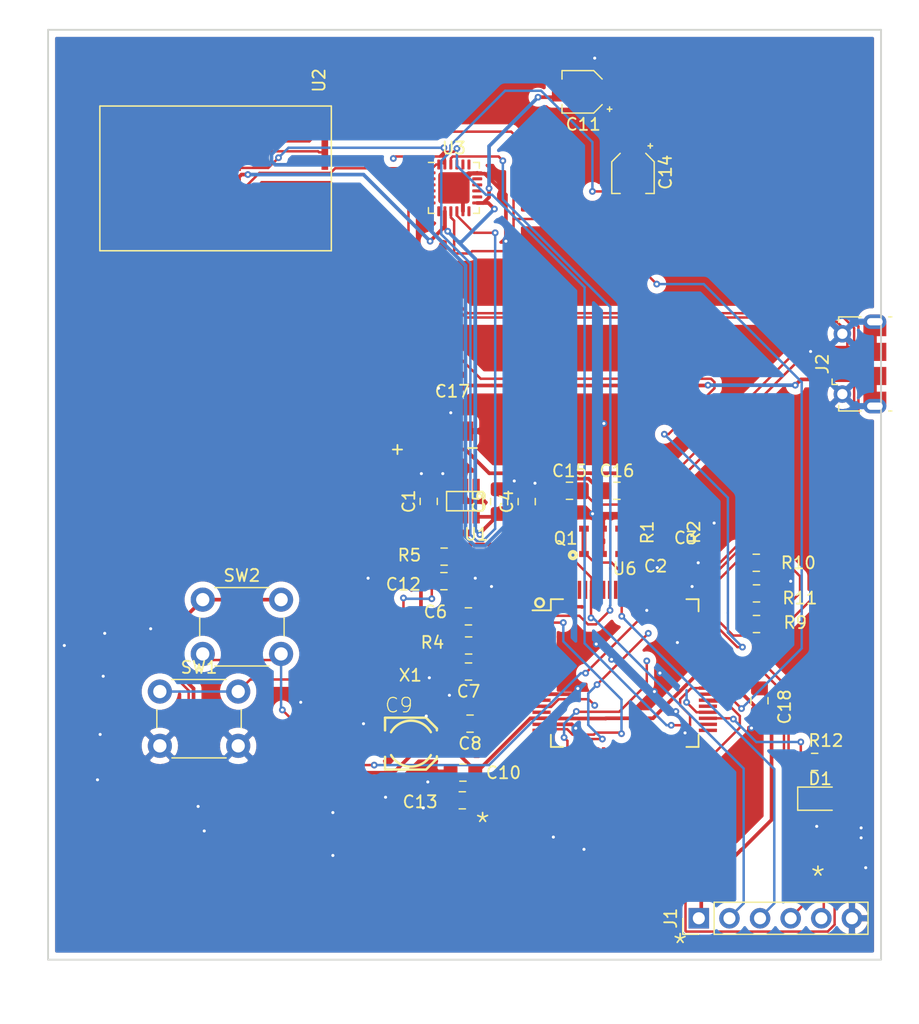
<source format=kicad_pcb>
(kicad_pcb (version 20171130) (host pcbnew "(5.1.0)-1")
  (layers (0 Top signal) (31 Bottom signal) (34 B.Paste user) (35 F.Paste user) (36 B.SilkS user) (37 F.SilkS user) (38 B.Mask user) (39 F.Mask user) (44 Edge.Cuts user))
  (net 0 "")
  (net 1 GND)
  (net 2 +5V)
  (net 3 +3V3)
  (net 4 "Net-(U1-Pad1)")
  (net 5 /D-)
  (net 6 "Net-(Q1-Pad3)")
  (net 7 "Net-(Q1-Pad1)")
  (net 8 "Net-(R10-Pad1)")
  (net 9 /~RST)
  (net 10 /TARGET_DP)
  (net 11 "Net-(R10-Pad2)")
  (net 12 "Net-(C6-Pad1)")
  (net 13 /D+)
  (net 14 /TARGET_DM)
  (net 15 "Net-(R12-Pad1)")
  (net 16 "Net-(D1-Pad2)")
  (net 17 /RXD)
  (net 18 /TXD)
  (net 19 /TST)
  (net 20 /A3)
  (net 21 /A2)
  (net 22 /A1)
  (net 23 /A0)
  (net 24 "Net-(C15-Pad2)")
  (net 25 /VUSB)
  (net 26 "Net-(C13-Pad2)")
  (net 27 "Net-(C8-Pad1)")
  (net 28 "Net-(C7-Pad1)")
  (net 29 "Net-(U6-Pad42)")
  (net 30 "Net-(U6-Pad10)")
  (net 31 "Net-(U6-Pad15)")
  (net 32 "Net-(U6-Pad75)")
  (net 33 "Net-(U6-Pad74)")
  (net 34 "Net-(U6-Pad73)")
  (net 35 "Net-(U6-Pad72)")
  (net 36 "Net-(U6-Pad60)")
  (net 37 "Net-(U6-Pad57)")
  (net 38 "Net-(U6-Pad56)")
  (net 39 "Net-(U6-Pad55)")
  (net 40 "Net-(U6-Pad54)")
  (net 41 "Net-(U6-Pad53)")
  (net 42 "Net-(U6-Pad45)")
  (net 43 "Net-(U6-Pad35)")
  (net 44 "Net-(U6-Pad34)")
  (net 45 "Net-(U6-Pad33)")
  (net 46 "Net-(U6-Pad32)")
  (net 47 "Net-(U6-Pad31)")
  (net 48 "Net-(U6-Pad30)")
  (net 49 "Net-(U6-Pad29)")
  (net 50 "Net-(U6-Pad28)")
  (net 51 "Net-(U6-Pad27)")
  (net 52 "Net-(U6-Pad26)")
  (net 53 "Net-(U6-Pad25)")
  (net 54 "Net-(U6-Pad24)")
  (net 55 "Net-(U6-Pad23)")
  (net 56 "Net-(U6-Pad22)")
  (net 57 "Net-(U6-Pad21)")
  (net 58 "Net-(U6-Pad17)")
  (net 59 "Net-(U6-Pad7)")
  (net 60 "Net-(U6-Pad6)")
  (net 61 "Net-(U6-Pad5)")
  (net 62 "Net-(U6-Pad4)")
  (net 63 "Net-(U6-Pad3)")
  (net 64 "Net-(J2-Pad4)")
  (net 65 "Net-(U6-Pad8)")
  (net 66 "Net-(U6-Pad9)")
  (net 67 "Net-(U6-Pad16)")
  (net 68 "Net-(U6-Pad36)")
  (net 69 "Net-(U6-Pad37)")
  (net 70 "Net-(U6-Pad38)")
  (net 71 "Net-(U6-Pad39)")
  (net 72 "Net-(U6-Pad40)")
  (net 73 "Net-(U6-Pad41)")
  (net 74 "Net-(U6-Pad44)")
  (net 75 "Net-(C14-Pad2)")
  (net 76 /NC1)
  (net 77 /NC2)
  (net 78 "Net-(U2-Pad9)")
  (net 79 "Net-(U2-Pad1)")
  (net 80 /SS2)
  (net 81 /SIMO)
  (net 82 /SCL)
  (net 83 /SOMI)
  (net 84 "Net-(U2-Pad8)")
  (net 85 /SS1)
  (net 86 "Net-(U3-Pad12)")
  (module Package_DFN_QFN:QFN-24-1EP_4x4mm_P0.5mm_EP2.6x2.6mm (layer Top) (at 133.659 86.0135)
    (fp_text reference U3 (at 0 -3.3) (layer F.SilkS))
    (fp_text value ICM-20689)
    (pad 24 smd roundrect (at -1.25 -1.9375) (size 0.25 0.825) (layers Top F.Paste F.Mask) (net 81 /SIMO))
    (pad 23 smd roundrect (at -0.75 -1.9375) (size 0.25 0.825) (layers Top F.Paste F.Mask) (net 82 /SCL))
    (pad 22 smd roundrect (at -0.25 -1.9375) (size 0.25 0.825) (layers Top F.Paste F.Mask) (net 85 /SS1))
    (pad 21 smd roundrect (at 0.25 -1.9375) (size 0.25 0.825) (layers Top F.Paste F.Mask))
    (pad 20 smd roundrect (at 0.75 -1.9375) (size 0.25 0.825) (layers Top F.Paste F.Mask))
    (pad 19 smd roundrect (at 1.25 -1.9375) (size 0.25 0.825) (layers Top F.Paste F.Mask))
    (pad 18 smd roundrect (at 1.9375 -1.25) (size 0.825 0.25) (layers Top F.Paste F.Mask) (net 1 GND))
    (pad 17 smd roundrect (at 1.9375 -0.75) (size 0.825 0.25) (layers Top F.Paste F.Mask))
    (pad 16 smd roundrect (at 1.9375 -0.25) (size 0.825 0.25) (layers Top F.Paste F.Mask))
    (pad 15 smd roundrect (at 1.9375 0.25) (size 0.825 0.25) (layers Top F.Paste F.Mask))
    (pad 14 smd roundrect (at 1.9375 0.75) (size 0.825 0.25) (layers Top F.Paste F.Mask))
    (pad 13 smd roundrect (at 1.9375 1.25) (size 0.825 0.25) (layers Top F.Paste F.Mask) (net 3 +3V3))
    (pad 12 smd roundrect (at 1.25 1.9375) (size 0.25 0.825) (layers Top F.Paste F.Mask) (net 86 "Net-(U3-Pad12)"))
    (pad 11 smd roundrect (at 0.75 1.9375) (size 0.25 0.825) (layers Top F.Paste F.Mask) (net 1 GND))
    (pad 10 smd roundrect (at 0.25 1.9375) (size 0.25 0.825) (layers Top F.Paste F.Mask) (net 75 "Net-(C14-Pad2)"))
    (pad 9 smd roundrect (at -0.25 1.9375) (size 0.25 0.825) (layers Top F.Paste F.Mask) (net 83 /SOMI))
    (pad 8 smd roundrect (at -0.75 1.9375) (size 0.25 0.825) (layers Top F.Paste F.Mask) (net 3 +3V3))
    (pad 7 smd roundrect (at -1.25 1.9375) (size 0.25 0.825) (layers Top F.Paste F.Mask))
    (pad 6 smd roundrect (at -1.9375 1.25) (size 0.825 0.25) (layers Top F.Paste F.Mask))
    (pad 5 smd roundrect (at -1.9375 0.75) (size 0.825 0.25) (layers Top F.Paste F.Mask))
    (pad 4 smd roundrect (at -1.9375 0.25) (size 0.825 0.25) (layers Top F.Paste F.Mask))
    (pad 3 smd roundrect (at -1.9375 -0.25) (size 0.825 0.25) (layers Top F.Paste F.Mask))
    (pad 2 smd roundrect (at -1.9375 -0.75) (size 0.825 0.25) (layers Top F.Paste F.Mask))
    (pad 1 smd roundrect (at -1.9375 -1.25) (size 0.825 0.25) (layers Top F.Paste F.Mask))
    (pad 25 smd roundrect (at 0 0) (size 2.6 2.6) (layers Top F.Mask) (roundrect_rratio 0.096154) (net 1 GND))
  )
  (module micro:SD-105162 (layer Top) (at 115.494 85.226 270)
    (fp_text reference U2 hide)
    (fp_text value SD-105162)
    (fp_text user %R (at -8.128 -6.985 270) (layer F.SilkS))
    (pad NC1 smd rect (at -2.165 -7.46 270) (size 2.91 0.55) (layers Top F.Paste F.Mask) (net 76 /NC1))
    (pad NC2 smd rect (at 2.025 -7.46 270) (size 2.91 0.55) (layers Top F.Paste F.Mask) (net 77 /NC2))
    (pad G2 smd rect (at 5.305 -7.06 270) (size 1.05 1.2) (layers Top F.Paste F.Mask) (net 1 GND))
    (pad G1 smd rect (at 5.305 -4.45 270) (size 1.05 1.08) (layers Top F.Paste F.Mask) (net 1 GND))
    (pad 9 smd rect (at 5.29 -3.18 270) (size 0.72 0.78) (layers Top F.Paste F.Mask) (net 78 "Net-(U2-Pad9)"))
    (pad G3 smd rect (at -5.345 -5.99 270) (size 1.05 1.2) (layers Top F.Paste F.Mask) (net 1 GND))
    (pad G4 smd rect (at -5.345 -2.805 270) (size 1.05 2.39) (layers Top F.Paste F.Mask) (net 1 GND))
    (pad 1 smd rect (at 3.53 0 270) (size 0.5 1) (layers Top F.Paste F.Mask) (net 79 "Net-(U2-Pad1)"))
    (pad 2 smd rect (at 2.43 0 270) (size 0.5 1) (layers Top F.Paste F.Mask) (net 80 /SS2))
    (pad 3 smd rect (at 1.33 0 270) (size 0.5 1) (layers Top F.Paste F.Mask) (net 81 /SIMO))
    (pad 4 smd rect (at 0.23 0 270) (size 0.5 1) (layers Top F.Paste F.Mask) (net 3 +3V3))
    (pad 5 smd rect (at -0.87 0 270) (size 0.5 1) (layers Top F.Paste F.Mask) (net 82 /SCL))
    (pad 6 smd rect (at -1.97 0 270) (size 0.5 1) (layers Top F.Paste F.Mask) (net 1 GND))
    (pad 7 smd rect (at -3.07 0 270) (size 0.5 1) (layers Top F.Paste F.Mask) (net 83 /SOMI))
    (pad 8 smd rect (at -4.17 0 270) (size 0.5 1) (layers Top F.Paste F.Mask) (net 84 "Net-(U2-Pad8)"))
  )
  (module Capacitor_SMD:CP_Elec_3x5.3 (layer Top) (at 148.514 84.718 270)
    (fp_text reference C14 (at 0 -2.7 270) (layer F.SilkS))
    (fp_text value C_Small)
    (pad 2 smd rect (at 1.5 0 270) (size 2.2 1.6) (layers Top F.Paste F.Mask) (net 75 "Net-(C14-Pad2)"))
    (pad 1 smd rect (at -1.5 0 270) (size 2.2 1.6) (layers Top F.Paste F.Mask) (net 1 GND))
  )
  (module Capacitor_SMD:CP_Elec_3x5.3 (layer Top) (at 144.3865 78.0505 180)
    (fp_text reference C11 (at 0 -2.7 180) (layer F.SilkS))
    (fp_text value C_Small)
    (pad 2 smd rect (at 1.5 0 180) (size 2.2 1.6) (layers Top F.Paste F.Mask) (net 3 +3V3))
    (pad 1 smd rect (at -1.5 0 180) (size 2.2 1.6) (layers Top F.Paste F.Mask) (net 1 GND))
  )
  (module Capacitor_SMD:C_0805_2012Metric_Pad1.15x1.40mm_HandSolder (layer Top) (at 135.001 130.429 180)
    (fp_text reference C8 (at 0 -1.65 180) (layer F.SilkS))
    (fp_text value 12p)
    (pad 2 smd roundrect (at 1.025 0 180) (size 1.15 1.4) (layers Top F.Paste F.Mask) (roundrect_rratio 0.217391) (net 1 GND))
    (pad 1 smd roundrect (at -1.025 0 180) (size 1.15 1.4) (layers Top F.Paste F.Mask) (roundrect_rratio 0.217391) (net 27 "Net-(C8-Pad1)"))
  )
  (module Capacitor_SMD:C_0805_2012Metric_Pad1.15x1.40mm_HandSolder (layer Top) (at 134.874 126.111 180)
    (fp_text reference C7 (at 0 -1.65 180) (layer F.SilkS))
    (fp_text value 12p)
    (pad 1 smd roundrect (at -1.025 0 180) (size 1.15 1.4) (layers Top F.Paste F.Mask) (roundrect_rratio 0.217391) (net 28 "Net-(C7-Pad1)"))
    (pad 2 smd roundrect (at 1.025 0 180) (size 1.15 1.4) (layers Top F.Paste F.Mask) (roundrect_rratio 0.217391) (net 1 GND))
  )
  (module Button_Switch_THT:SW_PUSH_6mm (layer Top) (at 109.271 127.771)
    (fp_text reference SW1 (at 3.25 -2) (layer F.SilkS))
    (fp_text value SW_Push)
    (pad 1 thru_hole circle (at 6.5 0 90) (size 2 2) (drill 1.1) (layers *.Cu *.Mask) (net 9 /~RST))
    (pad 2 thru_hole circle (at 6.5 4.5 90) (size 2 2) (drill 1.1) (layers *.Cu *.Mask) (net 1 GND))
    (pad 1 thru_hole circle (at 0 0 90) (size 2 2) (drill 1.1) (layers *.Cu *.Mask) (net 9 /~RST))
    (pad 2 thru_hole circle (at 0 4.5 90) (size 2 2) (drill 1.1) (layers *.Cu *.Mask) (net 1 GND))
  )
  (module Button_Switch_THT:SW_PUSH_6mm (layer Top) (at 112.827 120.151)
    (fp_text reference SW2 (at 3.25 -2) (layer F.SilkS))
    (fp_text value SW_Push)
    (pad 2 thru_hole circle (at 0 4.5 90) (size 2 2) (drill 1.1) (layers *.Cu *.Mask) (net 8 "Net-(R10-Pad1)"))
    (pad 1 thru_hole circle (at 0 0 90) (size 2 2) (drill 1.1) (layers *.Cu *.Mask) (net 3 +3V3))
    (pad 2 thru_hole circle (at 6.5 4.5 90) (size 2 2) (drill 1.1) (layers *.Cu *.Mask) (net 8 "Net-(R10-Pad1)"))
    (pad 1 thru_hole circle (at 6.5 0 90) (size 2 2) (drill 1.1) (layers *.Cu *.Mask) (net 3 +3V3))
  )
  (module Capacitor_SMD:C_0402_1005Metric (layer Top) (at 152.885 116.205)
    (fp_text reference C3 (at 0 -1.17) (layer F.SilkS))
    (fp_text value 10p)
    (pad 2 smd roundrect (at 0.485 0) (size 0.59 0.64) (layers Top F.Paste F.Mask) (net 1 GND))
    (pad 1 smd roundrect (at -0.485 0) (size 0.59 0.64) (layers Top F.Paste F.Mask) (net 10 /TARGET_DP))
  )
  (module Capacitor_SMD:C_0402_1005Metric (layer Top) (at 150.391 116.205 180)
    (fp_text reference C2 (at 0 -1.17 180) (layer F.SilkS))
    (fp_text value 10p)
    (pad 1 smd roundrect (at -0.485 0 180) (size 0.59 0.64) (layers Top F.Paste F.Mask) (net 14 /TARGET_DM))
    (pad 2 smd roundrect (at 0.485 0 180) (size 0.59 0.64) (layers Top F.Paste F.Mask) (net 1 GND))
  )
  (module Capacitor_SMD:C_0805_2012Metric_Pad1.15x1.40mm_HandSolder (layer Top) (at 139.7 112.023 90)
    (fp_text reference C4 (at 0 -1.65 90) (layer F.SilkS))
    (fp_text value 100n)
    (pad 1 smd roundrect (at -1.025 0 90) (size 1.15 1.4) (layers Top F.Paste F.Mask) (roundrect_rratio 0.217391) (net 3 +3V3))
    (pad 2 smd roundrect (at 1.025 0 90) (size 1.15 1.4) (layers Top F.Paste F.Mask) (roundrect_rratio 0.217391) (net 1 GND))
  )
  (module Capacitor_SMD:C_0805_2012Metric_Pad1.15x1.40mm_HandSolder (layer Top) (at 137.414 112.023 90)
    (fp_text reference C5 (at 0 -1.65 90) (layer F.SilkS))
    (fp_text value 1u)
    (pad 2 smd roundrect (at 1.025 0 90) (size 1.15 1.4) (layers Top F.Paste F.Mask) (roundrect_rratio 0.217391) (net 1 GND))
    (pad 1 smd roundrect (at -1.025 0 90) (size 1.15 1.4) (layers Top F.Paste F.Mask) (roundrect_rratio 0.217391) (net 3 +3V3))
  )
  (module Capacitor_SMD:C_0805_2012Metric_Pad1.15x1.40mm_HandSolder (layer Top) (at 131.572 112.005 90)
    (fp_text reference C1 (at 0 -1.65 90) (layer F.SilkS))
    (fp_text value 1u)
    (pad 1 smd roundrect (at -1.025 0 90) (size 1.15 1.4) (layers Top F.Paste F.Mask) (roundrect_rratio 0.217391) (net 2 +5V))
    (pad 2 smd roundrect (at 1.025 0 90) (size 1.15 1.4) (layers Top F.Paste F.Mask) (roundrect_rratio 0.217391) (net 1 GND))
  )
  (module Connector_PinHeader_2.54mm:PinHeader_1x06_P2.54mm_Vertical (layer Top) (at 153.975 146.567 90)
    (fp_text reference J1 (at 0 -2.33 90) (layer F.SilkS))
    (fp_text value Conn_01x06_Male)
    (pad 1 thru_hole rect (at 0 0 90) (size 1.7 1.7) (drill 1) (layers *.Cu *.Mask) (net 3 +3V3))
    (pad 2 thru_hole oval (at 0 2.54 90) (size 1.7 1.7) (drill 1) (layers *.Cu *.Mask) (net 9 /~RST))
    (pad 3 thru_hole oval (at 0 5.08 90) (size 1.7 1.7) (drill 1) (layers *.Cu *.Mask) (net 19 /TST))
    (pad 4 thru_hole oval (at 0 7.62 90) (size 1.7 1.7) (drill 1) (layers *.Cu *.Mask) (net 18 /TXD))
    (pad 5 thru_hole oval (at 0 10.16 90) (size 1.7 1.7) (drill 1) (layers *.Cu *.Mask) (net 17 /RXD))
    (pad 6 thru_hole oval (at 0 12.7 90) (size 1.7 1.7) (drill 1) (layers *.Cu *.Mask) (net 1 GND))
  )
  (module Connector_USB:USB_Micro-B_Molex-105017-0001 (layer Top) (at 167.341 100.609 90)
    (fp_text reference J2 (at 0 -3.1125 90) (layer F.SilkS))
    (fp_text value USB_B_Micro)
    (pad 6 smd rect (at 1 1.2375 90) (size 1.5 1.9) (layers Top F.Paste F.Mask) (net 1 GND))
    (pad 6 thru_hole circle (at -2.5 -1.4625 90) (size 1.45 1.45) (drill 0.85) (layers *.Cu *.Mask) (net 1 GND))
    (pad 2 smd rect (at -0.65 -1.4625 90) (size 0.4 1.35) (layers Top F.Paste F.Mask) (net 5 /D-))
    (pad 1 smd rect (at -1.3 -1.4625 90) (size 0.4 1.35) (layers Top F.Paste F.Mask) (net 2 +5V))
    (pad 5 smd rect (at 1.3 -1.4625 90) (size 0.4 1.35) (layers Top F.Paste F.Mask) (net 1 GND))
    (pad 4 smd rect (at 0.65 -1.4625 90) (size 0.4 1.35) (layers Top F.Paste F.Mask) (net 64 "Net-(J2-Pad4)"))
    (pad 3 smd rect (at 0 -1.4625 90) (size 0.4 1.35) (layers Top F.Paste F.Mask) (net 13 /D+))
    (pad 6 thru_hole circle (at 2.5 -1.4625 90) (size 1.45 1.45) (drill 0.85) (layers *.Cu *.Mask) (net 1 GND))
    (pad 6 smd rect (at -1 1.2375 90) (size 1.5 1.9) (layers Top F.Paste F.Mask) (net 1 GND))
    (pad 6 thru_hole oval (at -3.5 1.2375 270) (size 1.2 1.9) (drill oval 0.6 1.3) (layers *.Cu *.Mask) (net 1 GND))
    (pad 6 thru_hole oval (at 3.5 1.2375 90) (size 1.2 1.9) (drill oval 0.6 1.3) (layers *.Cu *.Mask) (net 1 GND))
    (pad 6 smd rect (at 2.9 1.2375 90) (size 1.2 1.9) (layers Top F.Mask) (net 1 GND))
    (pad 6 smd rect (at -2.9 1.2375 90) (size 1.2 1.9) (layers Top F.Mask) (net 1 GND))
  )
  (module LED_SMD:LED_0805_2012Metric_Pad1.15x1.40mm_HandSolder (layer Top) (at 164.037 136.652)
    (fp_text reference D1 (at 0 -1.65) (layer F.SilkS))
    (fp_text value LED)
    (pad 1 smd roundrect (at -1.025 0) (size 1.15 1.4) (layers Top F.Paste F.Mask) (roundrect_rratio 0.217391) (net 1 GND))
    (pad 2 smd roundrect (at 1.025 0) (size 1.15 1.4) (layers Top F.Paste F.Mask) (roundrect_rratio 0.217391) (net 16 "Net-(D1-Pad2)"))
  )
  (module Package_QFP:LQFP-80_12x12mm_P0.5mm (layer Top) (at 147.828 126.238)
    (fp_text reference U6 (at 0 -8.65) (layer F.SilkS))
    (fp_text value F552X---PN80)
    (pad 1 smd rect (at -6.9 -4.75) (size 1.5 0.28) (layers Top F.Paste F.Mask) (net 85 /SS1))
    (pad 2 smd rect (at -6.9 -4.25) (size 1.5 0.28) (layers Top F.Paste F.Mask) (net 80 /SS2))
    (pad 3 smd rect (at -6.9 -3.75) (size 1.5 0.28) (layers Top F.Paste F.Mask) (net 63 "Net-(U6-Pad3)"))
    (pad 4 smd rect (at -6.9 -3.25) (size 1.5 0.28) (layers Top F.Paste F.Mask) (net 62 "Net-(U6-Pad4)"))
    (pad 5 smd rect (at -6.9 -2.75) (size 1.5 0.28) (layers Top F.Paste F.Mask) (net 61 "Net-(U6-Pad5)"))
    (pad 6 smd rect (at -6.9 -2.25) (size 1.5 0.28) (layers Top F.Paste F.Mask) (net 60 "Net-(U6-Pad6)"))
    (pad 7 smd rect (at -6.9 -1.75) (size 1.5 0.28) (layers Top F.Paste F.Mask) (net 59 "Net-(U6-Pad7)"))
    (pad 8 smd rect (at -6.9 -1.25) (size 1.5 0.28) (layers Top F.Paste F.Mask) (net 65 "Net-(U6-Pad8)"))
    (pad 9 smd rect (at -6.9 -0.75) (size 1.5 0.28) (layers Top F.Paste F.Mask) (net 66 "Net-(U6-Pad9)"))
    (pad 10 smd rect (at -6.9 -0.25) (size 1.5 0.28) (layers Top F.Paste F.Mask) (net 30 "Net-(U6-Pad10)"))
    (pad 11 smd rect (at -6.9 0.25) (size 1.5 0.28) (layers Top F.Paste F.Mask) (net 12 "Net-(C6-Pad1)"))
    (pad 12 smd rect (at -6.9 0.75) (size 1.5 0.28) (layers Top F.Paste F.Mask) (net 28 "Net-(C7-Pad1)"))
    (pad 13 smd rect (at -6.9 1.25) (size 1.5 0.28) (layers Top F.Paste F.Mask) (net 27 "Net-(C8-Pad1)"))
    (pad 14 smd rect (at -6.9 1.75) (size 1.5 0.28) (layers Top F.Paste F.Mask) (net 1 GND))
    (pad 15 smd rect (at -6.9 2.25) (size 1.5 0.28) (layers Top F.Paste F.Mask) (net 31 "Net-(U6-Pad15)"))
    (pad 16 smd rect (at -6.9 2.75) (size 1.5 0.28) (layers Top F.Paste F.Mask) (net 67 "Net-(U6-Pad16)"))
    (pad 17 smd rect (at -6.9 3.25) (size 1.5 0.28) (layers Top F.Paste F.Mask) (net 58 "Net-(U6-Pad17)"))
    (pad 18 smd rect (at -6.9 3.75) (size 1.5 0.28) (layers Top F.Paste F.Mask) (net 3 +3V3))
    (pad 19 smd rect (at -6.9 4.25) (size 1.5 0.28) (layers Top F.Paste F.Mask) (net 1 GND))
    (pad 20 smd rect (at -6.9 4.75) (size 1.5 0.28) (layers Top F.Paste F.Mask) (net 26 "Net-(C13-Pad2)"))
    (pad 21 smd rect (at -4.75 6.9 90) (size 1.5 0.28) (layers Top F.Paste F.Mask) (net 57 "Net-(U6-Pad21)"))
    (pad 22 smd rect (at -4.25 6.9 90) (size 1.5 0.28) (layers Top F.Paste F.Mask) (net 56 "Net-(U6-Pad22)"))
    (pad 23 smd rect (at -3.75 6.9 90) (size 1.5 0.28) (layers Top F.Paste F.Mask) (net 55 "Net-(U6-Pad23)"))
    (pad 24 smd rect (at -3.25 6.9 90) (size 1.5 0.28) (layers Top F.Paste F.Mask) (net 54 "Net-(U6-Pad24)"))
    (pad 25 smd rect (at -2.75 6.9 90) (size 1.5 0.28) (layers Top F.Paste F.Mask) (net 53 "Net-(U6-Pad25)"))
    (pad 26 smd rect (at -2.25 6.9 90) (size 1.5 0.28) (layers Top F.Paste F.Mask) (net 52 "Net-(U6-Pad26)"))
    (pad 27 smd rect (at -1.75 6.9 90) (size 1.5 0.28) (layers Top F.Paste F.Mask) (net 51 "Net-(U6-Pad27)"))
    (pad 28 smd rect (at -1.25 6.9 90) (size 1.5 0.28) (layers Top F.Paste F.Mask) (net 50 "Net-(U6-Pad28)"))
    (pad 29 smd rect (at -0.75 6.9 90) (size 1.5 0.28) (layers Top F.Paste F.Mask) (net 49 "Net-(U6-Pad29)"))
    (pad 30 smd rect (at -0.25 6.9 90) (size 1.5 0.28) (layers Top F.Paste F.Mask) (net 48 "Net-(U6-Pad30)"))
    (pad 31 smd rect (at 0.25 6.9 90) (size 1.5 0.28) (layers Top F.Paste F.Mask) (net 47 "Net-(U6-Pad31)"))
    (pad 32 smd rect (at 0.75 6.9 90) (size 1.5 0.28) (layers Top F.Paste F.Mask) (net 46 "Net-(U6-Pad32)"))
    (pad 33 smd rect (at 1.25 6.9 90) (size 1.5 0.28) (layers Top F.Paste F.Mask) (net 45 "Net-(U6-Pad33)"))
    (pad 34 smd rect (at 1.75 6.9 90) (size 1.5 0.28) (layers Top F.Paste F.Mask) (net 44 "Net-(U6-Pad34)"))
    (pad 35 smd rect (at 2.25 6.9 90) (size 1.5 0.28) (layers Top F.Paste F.Mask) (net 43 "Net-(U6-Pad35)"))
    (pad 36 smd rect (at 2.75 6.9 90) (size 1.5 0.28) (layers Top F.Paste F.Mask) (net 68 "Net-(U6-Pad36)"))
    (pad 37 smd rect (at 3.25 6.9 90) (size 1.5 0.28) (layers Top F.Paste F.Mask) (net 69 "Net-(U6-Pad37)"))
    (pad 38 smd rect (at 3.75 6.9 90) (size 1.5 0.28) (layers Top F.Paste F.Mask) (net 70 "Net-(U6-Pad38)"))
    (pad 39 smd rect (at 4.25 6.9 90) (size 1.5 0.28) (layers Top F.Paste F.Mask) (net 71 "Net-(U6-Pad39)"))
    (pad 40 smd rect (at 4.75 6.9 90) (size 1.5 0.28) (layers Top F.Paste F.Mask) (net 72 "Net-(U6-Pad40)"))
    (pad 41 smd rect (at 6.9 4.75) (size 1.5 0.28) (layers Top F.Paste F.Mask) (net 73 "Net-(U6-Pad41)"))
    (pad 42 smd rect (at 6.9 4.25) (size 1.5 0.28) (layers Top F.Paste F.Mask) (net 29 "Net-(U6-Pad42)"))
    (pad 43 smd rect (at 6.9 3.75) (size 1.5 0.28) (layers Top F.Paste F.Mask) (net 15 "Net-(R12-Pad1)"))
    (pad 44 smd rect (at 6.9 3.25) (size 1.5 0.28) (layers Top F.Paste F.Mask) (net 74 "Net-(U6-Pad44)"))
    (pad 45 smd rect (at 6.9 2.75) (size 1.5 0.28) (layers Top F.Paste F.Mask) (net 42 "Net-(U6-Pad45)"))
    (pad 46 smd rect (at 6.9 2.25) (size 1.5 0.28) (layers Top F.Paste F.Mask) (net 81 /SIMO))
    (pad 47 smd rect (at 6.9 1.75) (size 1.5 0.28) (layers Top F.Paste F.Mask) (net 83 /SOMI))
    (pad 48 smd rect (at 6.9 1.25) (size 1.5 0.28) (layers Top F.Paste F.Mask) (net 82 /SCL))
    (pad 49 smd rect (at 6.9 0.75) (size 1.5 0.28) (layers Top F.Paste F.Mask) (net 1 GND))
    (pad 50 smd rect (at 6.9 0.25) (size 1.5 0.28) (layers Top F.Paste F.Mask) (net 3 +3V3))
    (pad 51 smd rect (at 6.9 -0.25) (size 1.5 0.28) (layers Top F.Paste F.Mask) (net 18 /TXD))
    (pad 52 smd rect (at 6.9 -0.75) (size 1.5 0.28) (layers Top F.Paste F.Mask) (net 17 /RXD))
    (pad 53 smd rect (at 6.9 -1.25) (size 1.5 0.28) (layers Top F.Paste F.Mask) (net 41 "Net-(U6-Pad53)"))
    (pad 54 smd rect (at 6.9 -1.75) (size 1.5 0.28) (layers Top F.Paste F.Mask) (net 40 "Net-(U6-Pad54)"))
    (pad 55 smd rect (at 6.9 -2.25) (size 1.5 0.28) (layers Top F.Paste F.Mask) (net 39 "Net-(U6-Pad55)"))
    (pad 56 smd rect (at 6.9 -2.75) (size 1.5 0.28) (layers Top F.Paste F.Mask) (net 38 "Net-(U6-Pad56)"))
    (pad 57 smd rect (at 6.9 -3.25) (size 1.5 0.28) (layers Top F.Paste F.Mask) (net 37 "Net-(U6-Pad57)"))
    (pad 58 smd rect (at 6.9 -3.75) (size 1.5 0.28) (layers Top F.Paste F.Mask) (net 77 /NC2))
    (pad 59 smd rect (at 6.9 -4.25) (size 1.5 0.28) (layers Top F.Paste F.Mask) (net 76 /NC1))
    (pad 60 smd rect (at 6.9 -4.75) (size 1.5 0.28) (layers Top F.Paste F.Mask) (net 36 "Net-(U6-Pad60)"))
    (pad 61 smd rect (at 4.75 -6.9 90) (size 1.5 0.28) (layers Top F.Paste F.Mask) (net 1 GND))
    (pad 62 smd rect (at 4.25 -6.9 90) (size 1.5 0.28) (layers Top F.Paste F.Mask) (net 10 /TARGET_DP))
    (pad 63 smd rect (at 3.75 -6.9 90) (size 1.5 0.28) (layers Top F.Paste F.Mask) (net 11 "Net-(R10-Pad2)"))
    (pad 64 smd rect (at 3.25 -6.9 90) (size 1.5 0.28) (layers Top F.Paste F.Mask) (net 14 /TARGET_DM))
    (pad 65 smd rect (at 2.75 -6.9 90) (size 1.5 0.28) (layers Top F.Paste F.Mask) (net 2 +5V))
    (pad 66 smd rect (at 2.25 -6.9 90) (size 1.5 0.28) (layers Top F.Paste F.Mask) (net 25 /VUSB))
    (pad 67 smd rect (at 1.75 -6.9 90) (size 1.5 0.28) (layers Top F.Paste F.Mask) (net 24 "Net-(C15-Pad2)"))
    (pad 68 smd rect (at 1.25 -6.9 90) (size 1.5 0.28) (layers Top F.Paste F.Mask) (net 1 GND))
    (pad 69 smd rect (at 0.75 -6.9 90) (size 1.5 0.28) (layers Top F.Paste F.Mask) (net 6 "Net-(Q1-Pad3)"))
    (pad 70 smd rect (at 0.25 -6.9 90) (size 1.5 0.28) (layers Top F.Paste F.Mask) (net 7 "Net-(Q1-Pad1)"))
    (pad 71 smd rect (at -0.25 -6.9 90) (size 1.5 0.28) (layers Top F.Paste F.Mask) (net 19 /TST))
    (pad 72 smd rect (at -0.75 -6.9 90) (size 1.5 0.28) (layers Top F.Paste F.Mask) (net 35 "Net-(U6-Pad72)"))
    (pad 73 smd rect (at -1.25 -6.9 90) (size 1.5 0.28) (layers Top F.Paste F.Mask) (net 34 "Net-(U6-Pad73)"))
    (pad 74 smd rect (at -1.75 -6.9 90) (size 1.5 0.28) (layers Top F.Paste F.Mask) (net 33 "Net-(U6-Pad74)"))
    (pad 75 smd rect (at -2.25 -6.9 90) (size 1.5 0.28) (layers Top F.Paste F.Mask) (net 32 "Net-(U6-Pad75)"))
    (pad 76 smd rect (at -2.75 -6.9 90) (size 1.5 0.28) (layers Top F.Paste F.Mask) (net 9 /~RST))
    (pad 77 smd rect (at -3.25 -6.9 90) (size 1.5 0.28) (layers Top F.Paste F.Mask) (net 23 /A0))
    (pad 78 smd rect (at -3.75 -6.9 90) (size 1.5 0.28) (layers Top F.Paste F.Mask) (net 22 /A1))
    (pad 79 smd rect (at -4.25 -6.9 90) (size 1.5 0.28) (layers Top F.Paste F.Mask) (net 21 /A2))
    (pad 80 smd rect (at -4.75 -6.9 90) (size 1.5 0.28) (layers Top F.Paste F.Mask) (net 20 /A3))
  )
  (module micro:C_SMD_WURTH_865080540002 (layer Top) (at 132.153 106.181)
    (fp_text reference C17 (at 1.375 -3.302) (layer F.SilkS))
    (fp_text value 4u7)
    (pad 1 smd rect (at -1.8 0) (size 2.6 1.6) (layers Top F.Paste F.Mask) (net 2 +5V))
    (pad 2 smd rect (at 1.8 0) (size 2.6 1.6) (layers Top F.Paste F.Mask) (net 1 GND))
  )
  (module micro:153CLV-0405 (layer Top) (at 130.099 132.089)
    (fp_text reference C9 (at -2.24 -2.48) (layer F.SilkS) (effects (font (size 1.2065 1.2065) (thickness 0.09652)) (justify left bottom)))
    (fp_text value 10u)
    (pad 2 smd rect (at -1.8 0) (size 2.6 1.6) (layers Top F.Paste F.Mask) (net 1 GND))
    (pad 1 smd rect (at 1.8 0) (size 2.6 1.6) (layers Top F.Paste F.Mask) (net 3 +3V3))
  )
  (module micro:MS3V-T1R (layer Top) (at 133.369 128.201)
    (fp_text reference X1 (at -3.321 -1.778) (layer F.SilkS))
    (fp_text value MS3V-T1R)
    (pad 1 smd rect (at 2.775 0.45) (size 1.1 0.6) (layers Top F.Paste F.Mask) (net 27 "Net-(C8-Pad1)"))
    (pad 2 smd rect (at 2.775 -0.45) (size 1.1 0.6) (layers Top F.Paste F.Mask) (net 28 "Net-(C7-Pad1)"))
    (pad 3 smd rect (at -2.775 0) (size 2.4 1.5) (layers Top F.Paste F.Mask) (net 1 GND))
  )
  (module micro:MURATA-CSTCR_G (layer Top) (at 145.947 115.316 180)
    (fp_text reference Q1 (at 3.021 0.245 180) (layer F.SilkS))
    (fp_text value MURATA-FILTER_CSTCR)
    (pad 3 smd rect (at -1.5 0 180) (size 0.4 1.6) (layers Top F.Paste F.Mask) (net 6 "Net-(Q1-Pad3)"))
    (pad 3 smd rect (at -1.5 -1.05 180) (size 0.8 0.5) (layers Top F.Paste F.Mask) (net 6 "Net-(Q1-Pad3)"))
    (pad 3 smd rect (at -1.5 1.05 180) (size 0.8 0.5) (layers Top F.Paste F.Mask) (net 6 "Net-(Q1-Pad3)"))
    (pad 2 smd rect (at 0 1.05 180) (size 0.8 0.5) (layers Top F.Paste F.Mask) (net 1 GND))
    (pad 2 smd rect (at 0 0 180) (size 0.4 1.6) (layers Top F.Paste F.Mask) (net 1 GND))
    (pad 2 smd rect (at 0 -1.05 180) (size 0.8 0.5) (layers Top F.Paste F.Mask) (net 1 GND))
    (pad 1 smd rect (at 1.5 -1.05 180) (size 0.8 0.5) (layers Top F.Paste F.Mask) (net 7 "Net-(Q1-Pad1)"))
    (pad 1 smd rect (at 1.5 0 180) (size 0.4 1.6) (layers Top F.Paste F.Mask) (net 7 "Net-(Q1-Pad1)"))
    (pad 1 smd rect (at 1.5 1.05 180) (size 0.8 0.5) (layers Top F.Paste F.Mask) (net 7 "Net-(Q1-Pad1)"))
  )
  (module micro:SOT26 (layer Top) (at 134.554 111.984 180)
    (fp_text reference U1)
    (fp_text value AP7312 hide)
    (fp_text user %R (at 0.137 -3.341 180) (layer F.SilkS) (effects (justify left bottom)))
    (pad 6 smd rect (at -0.95 -1.3 180) (size 0.6 1.1) (layers Top F.Paste F.Mask) (net 3 +3V3))
    (pad 5 smd rect (at 0 -1.3 180) (size 0.6 1.1) (layers Top F.Paste F.Mask) (net 2 +5V))
    (pad 4 smd rect (at 0.95 -1.3 180) (size 0.6 1.1) (layers Top F.Paste F.Mask) (net 2 +5V))
    (pad 1 smd rect (at -0.95 1.3 180) (size 0.6 1.1) (layers Top F.Paste F.Mask) (net 4 "Net-(U1-Pad1)"))
    (pad 2 smd rect (at 0 1.3 180) (size 0.6 1.1) (layers Top F.Paste F.Mask) (net 1 GND))
    (pad 3 smd rect (at 0.95 1.3 180) (size 0.6 1.1) (layers Top F.Paste F.Mask) (net 1 GND))
  )
  (module Capacitor_SMD:C_0805_2012Metric_Pad1.15x1.40mm_HandSolder (layer Top) (at 159.004 128.533 270)
    (fp_text reference C18 (at 0.508 -2.083 270) (layer F.SilkS))
    (fp_text value 100n)
    (pad 2 smd roundrect (at 1.025 0 270) (size 1.15 1.4) (layers Top F.Paste F.Mask) (roundrect_rratio 0.217391) (net 1 GND))
    (pad 1 smd roundrect (at -1.025 0 270) (size 1.15 1.4) (layers Top F.Paste F.Mask) (roundrect_rratio 0.217391) (net 3 +3V3))
  )
  (module Resistor_SMD:R_0805_2012Metric_Pad1.15x1.40mm_HandSolder (layer Top) (at 134.883 123.952)
    (fp_text reference R4 (at -3.006 -0.245) (layer F.SilkS))
    (fp_text value 0R)
    (pad 2 smd roundrect (at 1.025 0) (size 1.15 1.4) (layers Top F.Paste F.Mask) (roundrect_rratio 0.217391) (net 12 "Net-(C6-Pad1)"))
    (pad 1 smd roundrect (at -1.025 0) (size 1.15 1.4) (layers Top F.Paste F.Mask) (roundrect_rratio 0.217391) (net 3 +3V3))
  )
  (module Resistor_SMD:R_0402_1005Metric (layer Top) (at 150.876 114.577 90)
    (fp_text reference R1 (at 0 -1.17 90) (layer F.SilkS))
    (fp_text value 27R)
    (pad 2 smd roundrect (at 0.485 0 90) (size 0.59 0.64) (layers Top F.Paste F.Mask) (net 5 /D-))
    (pad 1 smd roundrect (at -0.485 0 90) (size 0.59 0.64) (layers Top F.Paste F.Mask) (net 14 /TARGET_DM))
  )
  (module Resistor_SMD:R_0402_1005Metric (layer Top) (at 152.4 114.554 270)
    (fp_text reference R2 (at 0 -1.17 270) (layer F.SilkS))
    (fp_text value 27R)
    (pad 1 smd roundrect (at -0.485 0 270) (size 0.59 0.64) (layers Top F.Paste F.Mask) (net 13 /D+))
    (pad 2 smd roundrect (at 0.485 0 270) (size 0.59 0.64) (layers Top F.Paste F.Mask) (net 10 /TARGET_DP))
  )
  (module Capacitor_SMD:C_0805_2012Metric_Pad1.15x1.40mm_HandSolder (layer Top) (at 134.865 121.539 180)
    (fp_text reference C6 (at 2.734 0.372 180) (layer F.SilkS))
    (fp_text value 100n)
    (pad 1 smd roundrect (at -1.025 0 180) (size 1.15 1.4) (layers Top F.Paste F.Mask) (roundrect_rratio 0.217391) (net 12 "Net-(C6-Pad1)"))
    (pad 2 smd roundrect (at 1.025 0 180) (size 1.15 1.4) (layers Top F.Paste F.Mask) (roundrect_rratio 0.217391) (net 1 GND))
  )
  (module Capacitor_SMD:C_0805_2012Metric_Pad1.15x1.40mm_HandSolder (layer Top) (at 132.833 118.618)
    (fp_text reference C12 (at -3.369 0.263) (layer F.SilkS))
    (fp_text value 1n)
    (pad 2 smd roundrect (at 1.025 0) (size 1.15 1.4) (layers Top F.Paste F.Mask) (roundrect_rratio 0.217391) (net 1 GND))
    (pad 1 smd roundrect (at -1.025 0) (size 1.15 1.4) (layers Top F.Paste F.Mask) (roundrect_rratio 0.217391) (net 9 /~RST))
  )
  (module Capacitor_SMD:C_0805_2012Metric_Pad1.15x1.40mm_HandSolder (layer Top) (at 134.357 136.788)
    (fp_text reference C13 (at -3.496 0.127) (layer F.SilkS))
    (fp_text value 470n)
    (pad 1 smd roundrect (at -1.025 0) (size 1.15 1.4) (layers Top F.Paste F.Mask) (roundrect_rratio 0.217391) (net 1 GND))
    (pad 2 smd roundrect (at 1.025 0) (size 1.15 1.4) (layers Top F.Paste F.Mask) (roundrect_rratio 0.217391) (net 26 "Net-(C13-Pad2)"))
  )
  (module Capacitor_SMD:C_0805_2012Metric_Pad1.15x1.40mm_HandSolder (layer Top) (at 143.247 111.125)
    (fp_text reference C15 (at 0 -1.65) (layer F.SilkS))
    (fp_text value 220n)
    (pad 1 smd roundrect (at -1.025 0) (size 1.15 1.4) (layers Top F.Paste F.Mask) (roundrect_rratio 0.217391) (net 1 GND))
    (pad 2 smd roundrect (at 1.025 0) (size 1.15 1.4) (layers Top F.Paste F.Mask) (roundrect_rratio 0.217391) (net 24 "Net-(C15-Pad2)"))
  )
  (module Capacitor_SMD:C_0805_2012Metric_Pad1.15x1.40mm_HandSolder (layer Top) (at 147.184 111.125)
    (fp_text reference C16 (at 0 -1.65) (layer F.SilkS))
    (fp_text value 220n)
    (pad 2 smd roundrect (at 1.025 0) (size 1.15 1.4) (layers Top F.Paste F.Mask) (roundrect_rratio 0.217391) (net 25 /VUSB))
    (pad 1 smd roundrect (at -1.025 0) (size 1.15 1.4) (layers Top F.Paste F.Mask) (roundrect_rratio 0.217391) (net 1 GND))
  )
  (module Capacitor_SMD:C_0805_2012Metric_Pad1.15x1.40mm_HandSolder (layer Top) (at 134.408 134.493 180)
    (fp_text reference C10 (at -3.362 -0.009 180) (layer F.SilkS))
    (fp_text value 100n)
    (pad 1 smd roundrect (at -1.025 0 180) (size 1.15 1.4) (layers Top F.Paste F.Mask) (roundrect_rratio 0.217391) (net 3 +3V3))
    (pad 2 smd roundrect (at 1.025 0 180) (size 1.15 1.4) (layers Top F.Paste F.Mask) (roundrect_rratio 0.217391) (net 1 GND))
  )
  (module Resistor_SMD:R_0805_2012Metric_Pad1.15x1.40mm_HandSolder (layer Top) (at 158.741 117.094)
    (fp_text reference R10 (at 3.489 0.009) (layer F.SilkS))
    (fp_text value 100R)
    (pad 1 smd roundrect (at -1.025 0) (size 1.15 1.4) (layers Top F.Paste F.Mask) (roundrect_rratio 0.217391) (net 8 "Net-(R10-Pad1)"))
    (pad 2 smd roundrect (at 1.025 0) (size 1.15 1.4) (layers Top F.Paste F.Mask) (roundrect_rratio 0.217391) (net 11 "Net-(R10-Pad2)"))
  )
  (module Resistor_SMD:R_0805_2012Metric_Pad1.15x1.40mm_HandSolder (layer Top) (at 132.851 116.586)
    (fp_text reference R5 (at -2.879 -0.118) (layer F.SilkS))
    (fp_text value 47k)
    (pad 1 smd roundrect (at -1.025 0) (size 1.15 1.4) (layers Top F.Paste F.Mask) (roundrect_rratio 0.217391) (net 3 +3V3))
    (pad 2 smd roundrect (at 1.025 0) (size 1.15 1.4) (layers Top F.Paste F.Mask) (roundrect_rratio 0.217391) (net 9 /~RST))
  )
  (module Resistor_SMD:R_0805_2012Metric_Pad1.15x1.40mm_HandSolder (layer Top) (at 158.759 122.174)
    (fp_text reference R9 (at 3.217 -0.118) (layer F.SilkS))
    (fp_text value 1k4)
    (pad 2 smd roundrect (at 1.025 0) (size 1.15 1.4) (layers Top F.Paste F.Mask) (roundrect_rratio 0.217391) (net 10 /TARGET_DP))
    (pad 1 smd roundrect (at -1.025 0) (size 1.15 1.4) (layers Top F.Paste F.Mask) (roundrect_rratio 0.217391) (net 11 "Net-(R10-Pad2)"))
  )
  (module Resistor_SMD:R_0805_2012Metric_Pad1.15x1.40mm_HandSolder (layer Top) (at 158.759 119.634)
    (fp_text reference R11 (at 3.598 0.39) (layer F.SilkS))
    (fp_text value 1M)
    (pad 1 smd roundrect (at -1.025 0) (size 1.15 1.4) (layers Top F.Paste F.Mask) (roundrect_rratio 0.217391) (net 11 "Net-(R10-Pad2)"))
    (pad 2 smd roundrect (at 1.025 0) (size 1.15 1.4) (layers Top F.Paste F.Mask) (roundrect_rratio 0.217391) (net 1 GND))
  )
  (module Resistor_SMD:R_0805_2012Metric_Pad1.15x1.40mm_HandSolder (layer Top) (at 163.585 133.604)
    (fp_text reference R12 (at 0.931 -1.769) (layer F.SilkS))
    (fp_text value 300R)
    (pad 2 smd roundrect (at 1.025 0) (size 1.15 1.4) (layers Top F.Paste F.Mask) (roundrect_rratio 0.217391) (net 16 "Net-(D1-Pad2)"))
    (pad 1 smd roundrect (at -1.025 0) (size 1.15 1.4) (layers Top F.Paste F.Mask) (roundrect_rratio 0.217391) (net 15 "Net-(R12-Pad1)"))
  )
  (gr_circle (center 140.767 120.405) (end 141.021 120.659) (layer F.SilkS) (width 0.2))
  (gr_text * (at 151.689 149.742) (layer F.SilkS) (effects (font (size 1.6891 1.6891) (thickness 0.14224)) (justify left bottom)))
  (gr_text * (at 163.119 144.154) (layer F.SilkS) (effects (font (size 1.6891 1.6891) (thickness 0.14224)) (justify left bottom)))
  (gr_text * (at 135.306 139.709) (layer F.SilkS) (effects (font (size 1.6891 1.6891) (thickness 0.14224)) (justify left bottom)))
  (gr_line (start 100 150) (end 169.088124 150) (layer Edge.Cuts) (width 0.15))
  (gr_line (start 169.088 149.996) (end 169.088 72.907) (layer Edge.Cuts) (width 0.15))
  (gr_line (start 169.088 72.907) (end 100 72.907) (layer Edge.Cuts) (width 0.15))
  (gr_line (start 100 150) (end 100 72.907) (layer Edge.Cuts) (width 0.15))
  (via (at 150.292 127.771) (size 0.5588) (drill 0.254) (layers Top Bottom) (net 1))
  (segment (start 153.37 116.205) (end 153.37 116.54) (width 0.3048) (layer Top) (net 1))
  (segment (start 145.947 114.266) (end 145.947 115.316) (width 0.3048) (layer Top) (net 1))
  (segment (start 145.947 115.316) (end 145.947 116.366) (width 0.3048) (layer Top) (net 1))
  (segment (start 146.159 111.125) (end 146.159 110.57361) (width 0.3048) (layer Top) (net 1))
  (segment (start 142.222 111.125) (end 142.222 110.726) (width 0.3048) (layer Top) (net 1))
  (via (at 145.161 113.03) (size 0.5588) (drill 0.254) (layers Top Bottom) (net 1))
  (segment (start 145.947 113.816) (end 145.161 113.03) (width 0.3048) (layer Top) (net 1))
  (segment (start 145.947 115.316) (end 145.947 113.816) (width 0.3048) (layer Top) (net 1))
  (segment (start 143.442 130.488) (end 143.764 130.81) (width 0.3048) (layer Top) (net 1))
  (via (at 143.764 130.81) (size 0.5588) (drill 0.254) (layers Top Bottom) (net 1))
  (segment (start 140.928 130.488) (end 143.442 130.488) (width 0.3048) (layer Top) (net 1))
  (segment (start 153.1405 119.338) (end 153.416 119.0625) (width 0.3048) (layer Top) (net 1))
  (segment (start 152.578 119.338) (end 153.1405 119.338) (width 0.3048) (layer Top) (net 1))
  (via (at 153.416 119.0625) (size 0.5588) (drill 0.254) (layers Top Bottom) (net 1))
  (via (at 133.2865 128.0795) (size 0.5588) (drill 0.254) (layers Top Bottom) (net 1))
  (via (at 136.779 119.0625) (size 0.5588) (drill 0.254) (layers Top Bottom) (net 1))
  (via (at 150.749 126.238) (size 0.5588) (drill 0.254) (layers Top Bottom) (net 1))
  (segment (start 133.342 106.426) (end 132.842 106.426) (width 0.3048) (layer Top) (net 1))
  (via (at 133.401 104.657) (size 0.5588) (drill 0.254) (layers Top Bottom) (net 1))
  (segment (start 133.953 105.209) (end 133.401 104.657) (width 0.3048) (layer Top) (net 1))
  (segment (start 133.953 106.181) (end 133.953 105.209) (width 0.3048) (layer Top) (net 1))
  (segment (start 145.20825 110.501628) (end 145.535628 110.501628) (width 0.3048) (layer Top) (net 1))
  (segment (start 145.535628 110.501628) (end 146.159 111.125) (width 0.3048) (layer Top) (net 1))
  (segment (start 143.717188 110.120189) (end 144.826811 110.120189) (width 0.3048) (layer Top) (net 1))
  (segment (start 143.706667 110.13071) (end 143.717188 110.120189) (width 0.3048) (layer Top) (net 1))
  (segment (start 143.21629 110.13071) (end 143.706667 110.13071) (width 0.3048) (layer Top) (net 1))
  (segment (start 144.826811 110.120189) (end 145.20825 110.501628) (width 0.3048) (layer Top) (net 1))
  (segment (start 142.222 111.125) (end 143.21629 110.13071) (width 0.3048) (layer Top) (net 1))
  (segment (start 149.906 116.205) (end 149.906 116.886) (width 0.3048) (layer Top) (net 1))
  (segment (start 150.241779 117.221779) (end 150.521178 117.501178) (width 0.3048) (layer Top) (net 1))
  (segment (start 149.906 116.886) (end 150.241779 117.221779) (width 0.3048) (layer Top) (net 1))
  (via (at 150.521178 117.501178) (size 0.5588) (drill 0.254) (layers Top Bottom) (net 1))
  (via (at 131.496 135.264) (size 0.5588) (drill 0.254) (layers Top Bottom) (net 1))
  (segment (start 132.267 134.493) (end 131.496 135.264) (width 0.3048) (layer Top) (net 1))
  (segment (start 133.459 134.493) (end 132.267 134.493) (width 0.3048) (layer Top) (net 1))
  (segment (start 159.004 130.135241) (end 158.928 130.211241) (width 0.3048) (layer Top) (net 1))
  (segment (start 159.004 129.558) (end 159.004 130.135241) (width 0.3048) (layer Top) (net 1))
  (segment (start 158.928 130.211241) (end 158.341464 130.797777) (width 0.3048) (layer Top) (net 1))
  (segment (start 155.460701 126.987299) (end 156.617417 126.987299) (width 0.3048) (layer Top) (net 1))
  (segment (start 156.617417 126.987299) (end 159.004 129.373882) (width 0.3048) (layer Top) (net 1))
  (segment (start 155.46 126.988) (end 155.460701 126.987299) (width 0.3048) (layer Top) (net 1))
  (segment (start 159.004 129.373882) (end 159.004 129.558) (width 0.3048) (layer Top) (net 1))
  (segment (start 154.728 126.988) (end 155.46 126.988) (width 0.3048) (layer Top) (net 1))
  (via (at 152.07 129.422) (size 0.5588) (drill 0.254) (layers Top Bottom) (net 1))
  (via (at 152.197 123.707) (size 0.5588) (drill 0.254) (layers Top Bottom) (net 1))
  (via (at 144.45 140.852) (size 0.5588) (drill 0.254) (layers Top Bottom) (net 1))
  (via (at 141.91 139.836) (size 0.5588) (drill 0.254) (layers Top Bottom) (net 1))
  (via (at 155.245 113.801) (size 0.5588) (drill 0.254) (layers Top Bottom) (net 1))
  (via (at 149.657 121.040016) (size 0.5588) (drill 0.254) (layers Top Bottom) (net 1))
  (segment (start 149.078 119.338) (end 149.078 120.461016) (width 0.3048) (layer Top) (net 1))
  (segment (start 149.078 120.461016) (end 149.377601 120.760617) (width 0.3048) (layer Top) (net 1))
  (segment (start 149.377601 120.760617) (end 149.657 121.040016) (width 0.3048) (layer Top) (net 1))
  (via (at 143.942 127.517) (size 0.5588) (drill 0.254) (layers Top Bottom) (net 1))
  (segment (start 140.928 127.988) (end 143.471 127.988) (width 0.3048) (layer Top) (net 1))
  (segment (start 143.471 127.988) (end 143.662601 127.796399) (width 0.3048) (layer Top) (net 1))
  (segment (start 143.662601 127.796399) (end 143.942 127.517) (width 0.3048) (layer Top) (net 1))
  (via (at 131.369 129.803) (size 0.5588) (drill 0.254) (layers Top Bottom) (net 1))
  (via (at 131.623 126.628) (size 0.5588) (drill 0.254) (layers Top Bottom) (net 1))
  (via (at 130.961822 109.703178) (size 0.5588) (drill 0.254) (layers Top Bottom) (net 1))
  (segment (start 130.970178 109.703178) (end 130.961822 109.703178) (width 0.3048) (layer Top) (net 1))
  (segment (start 131.572 110.98) (end 131.572 110.305) (width 0.3048) (layer Top) (net 1))
  (segment (start 131.572 110.305) (end 130.970178 109.703178) (width 0.3048) (layer Top) (net 1))
  (segment (start 133.604 110.434) (end 132.873178 109.703178) (width 0.3048) (layer Top) (net 1))
  (via (at 132.739822 109.703178) (size 0.5588) (drill 0.254) (layers Top Bottom) (net 1))
  (segment (start 132.873178 109.703178) (end 132.739822 109.703178) (width 0.3048) (layer Top) (net 1))
  (segment (start 133.604 110.684) (end 133.604 110.434) (width 0.3048) (layer Top) (net 1))
  (via (at 145.466 123.834) (size 0.5588) (drill 0.254) (layers Top Bottom) (net 1))
  (via (at 146.736 125.104) (size 0.5588) (drill 0.254) (layers Top Bottom) (net 1))
  (via (at 132.385 102.625) (size 0.5588) (drill 0.254) (layers Top Bottom) (net 1))
  (via (at 146.101 105.546) (size 0.5588) (drill 0.254) (layers Top Bottom) (net 1))
  (segment (start 153.37 116.54) (end 153.924 117.094) (width 0.3048) (layer Top) (net 1))
  (via (at 153.924 117.094) (size 0.5588) (drill 0.254) (layers Top Bottom) (net 1))
  (via (at 120.955 128.66) (size 0.5588) (drill 0.254) (layers Top Bottom) (net 1))
  (via (at 152.832 131.2) (size 0.5588) (drill 0.254) (layers Top Bottom) (net 1))
  (via (at 135.433 118.373) (size 0.5588) (drill 0.254) (layers Top Bottom) (net 1))
  (via (at 126.543 118.373) (size 0.5588) (drill 0.254) (layers Top Bottom) (net 1))
  (via (at 167.437 139.074) (size 0.5588) (drill 0.254) (layers Top Bottom) (net 1))
  (via (at 167.818 142.376) (size 0.5588) (drill 0.254) (layers Top Bottom) (net 1))
  (via (at 158.341464 130.797777) (size 0.5588) (drill 0.254) (layers Top Bottom) (net 1))
  (segment (start 160.588 119.634) (end 161.595 118.627) (width 0.3048) (layer Top) (net 1))
  (via (at 161.595 118.627) (size 0.5588) (drill 0.254) (layers Top Bottom) (net 1))
  (segment (start 159.784 119.634) (end 160.588 119.634) (width 0.3048) (layer Top) (net 1))
  (segment (start 131.394399 137.143601) (end 131.115 137.423) (width 0.3048) (layer Top) (net 1))
  (segment (start 133.332 136.788) (end 131.75 136.788) (width 0.3048) (layer Top) (net 1))
  (segment (start 131.75 136.788) (end 131.394399 137.143601) (width 0.3048) (layer Top) (net 1))
  (via (at 131.115 137.423) (size 0.5588) (drill 0.254) (layers Top Bottom) (net 1))
  (via (at 138.667671 110.312329) (size 0.5588) (drill 0.254) (layers Top Bottom) (net 1))
  (segment (start 137.507 111.473) (end 138.667671 110.312329) (width 0.3048) (layer Top) (net 1))
  (segment (start 137.414 111.473) (end 137.507 111.473) (width 0.3048) (layer Top) (net 1))
  (via (at 140.386 110.499) (size 0.5588) (drill 0.254) (layers Top Bottom) (net 1))
  (segment (start 139.7 111.185) (end 140.386 110.499) (width 0.3048) (layer Top) (net 1))
  (segment (start 139.7 111.473) (end 139.7 111.185) (width 0.3048) (layer Top) (net 1))
  (via (at 163.246 99.577) (size 0.5588) (drill 0.254) (layers Top Bottom) (net 1))
  (segment (start 163.514 99.309) (end 163.246 99.577) (width 0.3048) (layer Top) (net 1))
  (segment (start 164.991 99.309) (end 163.514 99.309) (width 0.3048) (layer Top) (net 1))
  (via (at 126.162 130.438) (size 0.5588) (drill 0.254) (layers Top Bottom) (net 1))
  (segment (start 126.162 130.452) (end 126.162 130.438) (width 0.3048) (layer Top) (net 1))
  (segment (start 128.299 132.089) (end 127.799 132.089) (width 0.3048) (layer Top) (net 1))
  (segment (start 127.799 132.089) (end 126.162 130.452) (width 0.3048) (layer Top) (net 1))
  (via (at 127.99079 136.532517) (size 0.5588) (drill 0.254) (layers Top Bottom) (net 1))
  (via (at 112.954 139.328) (size 0.5588) (drill 0.254) (layers Top Bottom) (net 1))
  (via (at 112.446 137.296) (size 0.5588) (drill 0.254) (layers Top Bottom) (net 1))
  (via (at 123.622 141.36) (size 0.5588) (drill 0.254) (layers Top Bottom) (net 1))
  (via (at 123.622 137.804) (size 0.5588) (drill 0.254) (layers Top Bottom) (net 1))
  (via (at 104.097522 135.08621) (size 0.5588) (drill 0.254) (layers Top Bottom) (net 1))
  (via (at 101.346 123.952) (size 0.5588) (drill 0.254) (layers Top Bottom) (net 1))
  (via (at 104.699 122.945) (size 0.5588) (drill 0.254) (layers Top Bottom) (net 1))
  (via (at 104.318 131.327) (size 0.5588) (drill 0.254) (layers Top Bottom) (net 1))
  (via (at 104.572 126.501) (size 0.5588) (drill 0.254) (layers Top Bottom) (net 1))
  (via (at 108.509 122.564) (size 0.5588) (drill 0.254) (layers Top Bottom) (net 1))
  (segment (start 134.87919 84.79331) (end 133.659 86.0135) (width 0.3048) (layer Top) (net 1))
  (segment (start 135.56669 84.79331) (end 134.87919 84.79331) (width 0.3048) (layer Top) (net 1))
  (segment (start 135.5965 84.7635) (end 135.56669 84.79331) (width 0.3048) (layer Top) (net 1))
  (segment (start 134.409 86.7635) (end 134.409 87.951) (width 0.3048) (layer Top) (net 1))
  (segment (start 133.659 86.0135) (end 134.409 86.7635) (width 0.3048) (layer Top) (net 1))
  (segment (start 116.7992 79.881) (end 118.299 79.881) (width 0.3048) (layer Top) (net 1))
  (segment (start 115.370358 79.881) (end 116.7992 79.881) (width 0.3048) (layer Top) (net 1))
  (segment (start 114.689199 80.562159) (end 115.370358 79.881) (width 0.3048) (layer Top) (net 1))
  (segment (start 114.6892 82.7012) (end 114.689199 80.562159) (width 0.3048) (layer Top) (net 1))
  (segment (start 115.244 83.256) (end 114.6892 82.7012) (width 0.3048) (layer Top) (net 1))
  (segment (start 115.494 83.256) (end 115.244 83.256) (width 0.3048) (layer Top) (net 1))
  (via (at 137.973 90.433) (size 0.5588) (drill 0.254) (layers Top Bottom) (net 1))
  (segment (start 137.973 86.583882) (end 137.973 90.433) (width 0.3048) (layer Top) (net 1))
  (segment (start 136.222808 84.83369) (end 137.973 86.583882) (width 0.3048) (layer Top) (net 1))
  (segment (start 135.094354 84.83369) (end 136.222808 84.83369) (width 0.3048) (layer Top) (net 1))
  (segment (start 134.409 87.951) (end 134.409 85.519044) (width 0.3048) (layer Top) (net 1))
  (segment (start 134.409 85.519044) (end 135.094354 84.83369) (width 0.3048) (layer Top) (net 1))
  (via (at 145.339 75.2565) (size 0.5588) (drill 0.254) (layers Top Bottom) (net 1))
  (segment (start 118.529299 83.231083) (end 126.503882 75.2565) (width 0.3048) (layer Bottom) (net 1))
  (segment (start 126.271017 84.095701) (end 118.833083 84.095701) (width 0.3048) (layer Bottom) (net 1))
  (segment (start 118.833083 84.095701) (end 118.529299 83.791917) (width 0.3048) (layer Bottom) (net 1))
  (segment (start 137.973 113.958684) (end 136.238373 115.693311) (width 0.3048) (layer Bottom) (net 1))
  (segment (start 137.973 90.433) (end 137.973 113.958684) (width 0.3048) (layer Bottom) (net 1))
  (segment (start 126.503882 75.2565) (end 145.339 75.2565) (width 0.3048) (layer Bottom) (net 1))
  (segment (start 135.389626 115.69331) (end 134.62018 114.923864) (width 0.3048) (layer Bottom) (net 1))
  (segment (start 118.529299 83.791917) (end 118.529299 83.231083) (width 0.3048) (layer Bottom) (net 1))
  (segment (start 136.238373 115.693311) (end 135.389626 115.69331) (width 0.3048) (layer Bottom) (net 1))
  (segment (start 134.62018 114.923864) (end 134.62018 92.444864) (width 0.3048) (layer Bottom) (net 1))
  (segment (start 134.62018 92.444864) (end 126.271017 84.095701) (width 0.3048) (layer Bottom) (net 1))
  (segment (start 145.339 77.503) (end 145.8865 78.0505) (width 0.3048) (layer Top) (net 1))
  (segment (start 145.339 75.2565) (end 145.339 77.503) (width 0.3048) (layer Top) (net 1))
  (segment (start 145.8865 79.1553) (end 145.8865 78.0505) (width 0.3048) (layer Top) (net 1))
  (segment (start 145.8865 81.6953) (end 145.8865 79.1553) (width 0.3048) (layer Top) (net 1))
  (segment (start 147.4092 83.218) (end 145.8865 81.6953) (width 0.3048) (layer Top) (net 1))
  (segment (start 148.514 83.218) (end 147.4092 83.218) (width 0.3048) (layer Top) (net 1))
  (segment (start 165.8785 99.309) (end 164.8987 99.309) (width 0.3048) (layer Top) (net 1))
  (via (at 167.437 139.8995) (size 0.5588) (drill 0.254) (layers Top Bottom) (net 1))
  (segment (start 167.437 139.074) (end 167.437 139.8995) (width 0.3048) (layer Top) (net 1))
  (via (at 163.754 138.947) (size 0.5588) (drill 0.254) (layers Top Bottom) (net 1))
  (segment (start 167.437 139.8995) (end 164.7065 139.8995) (width 0.3048) (layer Bottom) (net 1))
  (segment (start 164.7065 139.8995) (end 163.754 138.947) (width 0.3048) (layer Bottom) (net 1))
  (segment (start 163.754 137.394) (end 163.012 136.652) (width 0.3048) (layer Top) (net 1))
  (segment (start 163.754 138.947) (end 163.754 137.394) (width 0.3048) (layer Top) (net 1))
  (segment (start 168.5785 101.609) (end 168.5785 104.109) (width 0.3048) (layer Top) (net 1))
  (segment (start 168.5785 99.609) (end 168.5785 97.709) (width 0.3048) (layer Top) (net 1))
  (segment (start 134.554 113.284) (end 133.604 113.284) (width 0.3048) (layer Top) (net 2))
  (segment (start 129.853 106.181) (end 130.353 106.181) (width 0.3048) (layer Top) (net 2))
  (segment (start 162.255399 102.091601) (end 161.976 102.371) (width 0.3048) (layer Top) (net 2))
  (segment (start 162.454 101.893) (end 162.255399 102.091601) (width 0.3048) (layer Top) (net 2))
  (via (at 161.976 102.371) (size 0.5588) (drill 0.254) (layers Top Bottom) (net 2))
  (via (at 154.737 102.371) (size 0.5588) (drill 0.254) (layers Top Bottom) (net 2))
  (segment (start 161.976 102.371) (end 155.118 102.371) (width 0.3048) (layer Bottom) (net 2))
  (segment (start 154.584601 102.396399) (end 136.804601 102.396399) (width 0.3048) (layer Top) (net 2))
  (segment (start 130.853 106.181) (end 130.353 106.181) (width 0.3048) (layer Top) (net 2))
  (segment (start 134.637601 102.396399) (end 130.853 106.181) (width 0.3048) (layer Top) (net 2))
  (segment (start 136.804601 102.396399) (end 134.637601 102.396399) (width 0.3048) (layer Top) (net 2))
  (segment (start 132.377 107.705) (end 130.853 106.181) (width 0.3048) (layer Top) (net 2))
  (segment (start 134.621 107.705) (end 132.377 107.705) (width 0.3048) (layer Top) (net 2))
  (segment (start 136.5895 109.6735) (end 134.621 107.705) (width 0.3048) (layer Top) (net 2))
  (segment (start 143.517285 109.6735) (end 136.5895 109.6735) (width 0.3048) (layer Top) (net 2))
  (segment (start 145.016194 109.662979) (end 143.527806 109.662979) (width 0.3048) (layer Top) (net 2))
  (segment (start 149.403 110.118) (end 148.9585 109.6735) (width 0.3048) (layer Top) (net 2))
  (segment (start 149.403 115.650199) (end 149.403 110.118) (width 0.3048) (layer Top) (net 2))
  (segment (start 149.149 116.976) (end 149.149 115.798358) (width 0.3048) (layer Top) (net 2))
  (segment (start 145.026715 109.6735) (end 145.016194 109.662979) (width 0.3048) (layer Top) (net 2))
  (segment (start 149.297159 115.650199) (end 149.403 115.650199) (width 0.3048) (layer Top) (net 2))
  (segment (start 149.149 115.798358) (end 149.297159 115.650199) (width 0.3048) (layer Top) (net 2))
  (segment (start 143.527806 109.662979) (end 143.517285 109.6735) (width 0.3048) (layer Top) (net 2))
  (segment (start 149.300548 117.127548) (end 149.149 116.976) (width 0.3048) (layer Top) (net 2))
  (segment (start 150.578 118.399358) (end 149.30619 117.127548) (width 0.3048) (layer Top) (net 2))
  (segment (start 149.30619 117.127548) (end 149.300548 117.127548) (width 0.3048) (layer Top) (net 2))
  (segment (start 148.9585 109.6735) (end 145.026715 109.6735) (width 0.3048) (layer Top) (net 2))
  (segment (start 150.578 119.338) (end 150.578 118.399358) (width 0.3048) (layer Top) (net 2))
  (segment (start 131.52 112.555) (end 131.572 112.555) (width 0.3048) (layer Top) (net 2))
  (segment (start 130.353 111.388) (end 131.52 112.555) (width 0.3048) (layer Top) (net 2))
  (segment (start 130.353 106.181) (end 130.353 111.388) (width 0.3048) (layer Top) (net 2))
  (segment (start 133.359 113.039) (end 133.604 113.284) (width 0.3048) (layer Top) (net 2))
  (segment (start 131.647 112.555) (end 132.131 113.039) (width 0.3048) (layer Top) (net 2))
  (segment (start 132.131 113.039) (end 133.359 113.039) (width 0.3048) (layer Top) (net 2))
  (segment (start 131.572 112.555) (end 131.647 112.555) (width 0.3048) (layer Top) (net 2))
  (segment (start 155.118 102.371) (end 154.737 102.371) (width 0.3048) (layer Bottom) (net 2))
  (segment (start 164.816 101.909) (end 165.8785 101.909) (width 0.3048) (layer Top) (net 2))
  (segment (start 164.8 101.893) (end 164.816 101.909) (width 0.3048) (layer Top) (net 2))
  (segment (start 164.8 101.893) (end 162.454 101.893) (width 0.3048) (layer Top) (net 2))
  (segment (start 164.96 101.893) (end 164.8 101.893) (width 0.3048) (layer Top) (net 2))
  (segment (start 137.178 113.284) (end 137.414 113.048) (width 0.3048) (layer Top) (net 3))
  (segment (start 135.504 113.284) (end 137.178 113.284) (width 0.3048) (layer Top) (net 3))
  (segment (start 154.728 126.488) (end 157.73 126.488) (width 0.3048) (layer Top) (net 3))
  (segment (start 157.73 126.488) (end 158.75 127.508) (width 0.3048) (layer Top) (net 3))
  (segment (start 133.234628 123.328628) (end 133.858 123.952) (width 0.3048) (layer Top) (net 3))
  (segment (start 130.92819 121.02219) (end 133.234628 123.328628) (width 0.3048) (layer Top) (net 3))
  (segment (start 130.92819 117.48381) (end 130.92819 121.02219) (width 0.3048) (layer Top) (net 3))
  (segment (start 131.826 116.586) (end 130.92819 117.48381) (width 0.3048) (layer Top) (net 3))
  (segment (start 128.651 129.659) (end 131.072 132.08) (width 0.3048) (layer Top) (net 3))
  (segment (start 128.651 126.619) (end 128.651 129.659) (width 0.3048) (layer Top) (net 3))
  (segment (start 131.318 123.952) (end 128.651 126.619) (width 0.3048) (layer Top) (net 3))
  (segment (start 133.858 123.952) (end 131.318 123.952) (width 0.3048) (layer Top) (net 3))
  (segment (start 135.509 134.4122) (end 135.509 134.493) (width 0.3048) (layer Top) (net 3))
  (segment (start 140.014 129.988) (end 140.928 129.988) (width 0.3048) (layer Top) (net 3))
  (segment (start 135.509 134.493) (end 140.014 129.988) (width 0.3048) (layer Top) (net 3))
  (segment (start 131.072 132.08) (end 131.572 132.08) (width 0.3048) (layer Top) (net 3))
  (segment (start 146.254418 130.006202) (end 146.27262 129.988) (width 0.3048) (layer Top) (net 3))
  (segment (start 153.6732 126.488) (end 154.728 126.488) (width 0.3048) (layer Top) (net 3))
  (segment (start 140.928 129.988) (end 141.9828 129.988) (width 0.3048) (layer Top) (net 3))
  (segment (start 142.001002 130.006202) (end 146.254418 130.006202) (width 0.3048) (layer Top) (net 3))
  (segment (start 150.1732 129.988) (end 153.6732 126.488) (width 0.3048) (layer Top) (net 3))
  (segment (start 141.9828 129.988) (end 142.001002 130.006202) (width 0.3048) (layer Top) (net 3))
  (segment (start 146.27262 129.988) (end 150.1732 129.988) (width 0.3048) (layer Top) (net 3))
  (segment (start 137.414 112.573) (end 137.414 113.048) (width 0.3048) (layer Top) (net 3))
  (segment (start 137.414 112.573) (end 139.7 112.573) (width 0.3048) (layer Top) (net 3))
  (segment (start 137.16681 115.58119) (end 132.83081 115.58119) (width 0.3048) (layer Top) (net 3))
  (segment (start 132.83081 115.58119) (end 131.826 116.586) (width 0.3048) (layer Top) (net 3))
  (segment (start 139.7 113.048) (end 137.16681 115.58119) (width 0.3048) (layer Top) (net 3))
  (segment (start 139.7 112.573) (end 139.7 113.048) (width 0.3048) (layer Top) (net 3))
  (segment (start 159.627372 128.131372) (end 159.004 127.508) (width 0.3048) (layer Top) (net 3))
  (segment (start 157.531 140.88482) (end 160.00881 138.40701) (width 0.3048) (layer Top) (net 3))
  (segment (start 157.49818 140.88482) (end 157.531 140.88482) (width 0.3048) (layer Top) (net 3))
  (segment (start 160.00881 138.40701) (end 160.00881 128.51281) (width 0.3048) (layer Top) (net 3))
  (segment (start 154.178 144.205) (end 157.49818 140.88482) (width 0.3048) (layer Top) (net 3))
  (segment (start 160.00881 128.51281) (end 159.627372 128.131372) (width 0.3048) (layer Top) (net 3))
  (segment (start 154.178 146.304) (end 154.178 144.205) (width 0.3048) (layer Top) (net 3))
  (segment (start 133.1858 132.089) (end 133.3128 132.216) (width 0.3048) (layer Top) (net 3))
  (segment (start 133.3128 132.216) (end 135.509 134.4122) (width 0.3048) (layer Top) (net 3))
  (segment (start 131.899 132.089) (end 133.1858 132.089) (width 0.3048) (layer Top) (net 3))
  (segment (start 133.1768 132.08) (end 133.3128 132.216) (width 0.3048) (layer Top) (net 3))
  (segment (start 119.304 120.659) (end 119.327 120.659) (width 0.3048) (layer Top) (net 3))
  (segment (start 128.65 134.502) (end 131.072 132.08) (width 0.3048) (layer Top) (net 3))
  (segment (start 112.065 131.962) (end 114.605 134.502) (width 0.3048) (layer Top) (net 3))
  (segment (start 112.065 127.517) (end 112.065 131.962) (width 0.3048) (layer Top) (net 3))
  (segment (start 114.605 134.502) (end 128.65 134.502) (width 0.3048) (layer Top) (net 3))
  (segment (start 112.827 120.151) (end 110.795 122.183) (width 0.3048) (layer Top) (net 3))
  (segment (start 110.795 122.183) (end 110.795 126.247) (width 0.3048) (layer Top) (net 3))
  (segment (start 110.795 126.247) (end 112.065 127.517) (width 0.3048) (layer Top) (net 3))
  (segment (start 112.827 120.151) (end 119.327 120.151) (width 0.3048) (layer Top) (net 3))
  (via (at 136.576 86.0515) (size 0.5588) (drill 0.254) (layers Top Bottom) (net 3))
  (segment (start 136.576 86.7965) (end 136.576 86.0515) (width 0.3048) (layer Top) (net 3))
  (segment (start 135.5965 87.2635) (end 136.109 87.2635) (width 0.3048) (layer Top) (net 3))
  (segment (start 136.109 87.2635) (end 136.576 86.7965) (width 0.3048) (layer Top) (net 3))
  (via (at 140.64 78.495) (size 0.5588) (drill 0.254) (layers Top Bottom) (net 3))
  (segment (start 136.576 86.0515) (end 136.576 82.559) (width 0.3048) (layer Bottom) (net 3))
  (segment (start 136.576 82.559) (end 140.64 78.495) (width 0.3048) (layer Bottom) (net 3))
  (segment (start 142.442 78.495) (end 142.8865 78.0505) (width 0.3048) (layer Top) (net 3))
  (segment (start 140.64 78.495) (end 142.442 78.495) (width 0.3048) (layer Top) (net 3))
  (via (at 137.0205 87.766) (size 0.5588) (drill 0.254) (layers Top Bottom) (net 3))
  (segment (start 135.5965 87.2635) (end 136.518 87.2635) (width 0.3048) (layer Top) (net 3))
  (segment (start 136.518 87.2635) (end 137.0205 87.766) (width 0.3048) (layer Top) (net 3))
  (via (at 133.147 89.6075) (size 0.5588) (drill 0.254) (layers Top Bottom) (net 3))
  (segment (start 132.909 89.3695) (end 132.909 87.951) (width 0.3048) (layer Top) (net 3))
  (segment (start 133.147 89.6075) (end 132.909 89.3695) (width 0.3048) (layer Top) (net 3))
  (via (at 135.814 114.7535) (size 0.5588) (drill 0.254) (layers Top Bottom) (net 3))
  (segment (start 135.433 114.3725) (end 135.814 114.7535) (width 0.3048) (layer Bottom) (net 3))
  (segment (start 135.433 91.8935) (end 135.433 114.3725) (width 0.3048) (layer Bottom) (net 3))
  (segment (start 135.814 114.648) (end 137.414 113.048) (width 0.3048) (layer Top) (net 3))
  (segment (start 135.814 114.7535) (end 135.814 114.648) (width 0.3048) (layer Top) (net 3))
  (segment (start 134.29 90.4965) (end 137.0205 87.766) (width 0.3048) (layer Bottom) (net 3))
  (segment (start 134.036 90.4965) (end 134.29 90.4965) (width 0.3048) (layer Bottom) (net 3))
  (segment (start 134.036 90.4965) (end 135.433 91.8935) (width 0.3048) (layer Bottom) (net 3))
  (segment (start 133.147 89.6075) (end 134.036 90.4965) (width 0.3048) (layer Bottom) (net 3))
  (via (at 131.6865 90.433) (size 0.5588) (drill 0.254) (layers Top Bottom) (net 3))
  (segment (start 132.909 87.951) (end 132.909 89.2105) (width 0.3048) (layer Top) (net 3))
  (segment (start 132.909 89.2105) (end 131.6865 90.433) (width 0.3048) (layer Top) (net 3))
  (via (at 116.5735 84.9085) (size 0.5588) (drill 0.254) (layers Top Bottom) (net 3))
  (segment (start 131.6865 90.433) (end 126.162 84.9085) (width 0.3048) (layer Bottom) (net 3))
  (segment (start 126.162 84.9085) (end 116.5735 84.9085) (width 0.3048) (layer Bottom) (net 3))
  (segment (start 116.0415 84.9085) (end 115.494 85.456) (width 0.3048) (layer Top) (net 3))
  (segment (start 116.5735 84.9085) (end 116.0415 84.9085) (width 0.3048) (layer Top) (net 3))
  (segment (start 150.673 113.889) (end 150.876 114.092) (width 0.2032) (layer Top) (net 5))
  (segment (start 151.210168 113.757832) (end 150.876 114.092) (width 0.2032) (layer Top) (net 5))
  (segment (start 164.490079 97.113999) (end 151.2328 110.371278) (width 0.2032) (layer Top) (net 5))
  (segment (start 165.429921 97.113999) (end 164.490079 97.113999) (width 0.2032) (layer Top) (net 5))
  (segment (start 166.294 97.978078) (end 165.429921 97.113999) (width 0.2032) (layer Top) (net 5))
  (segment (start 165.642202 101.243) (end 166.294 100.591202) (width 0.2032) (layer Top) (net 5))
  (segment (start 151.2328 113.7352) (end 151.210168 113.757832) (width 0.2032) (layer Top) (net 5))
  (segment (start 151.2328 110.371278) (end 151.2328 113.7352) (width 0.2032) (layer Top) (net 5))
  (segment (start 166.294 100.591202) (end 166.294 97.978078) (width 0.2032) (layer Top) (net 5))
  (segment (start 147.447 114.266) (end 147.447 115.316) (width 0.2032) (layer Top) (net 6))
  (segment (start 147.447 115.316) (end 147.447 116.366) (width 0.2032) (layer Top) (net 6))
  (segment (start 147.447 117.2538) (end 148.578 118.3848) (width 0.2032) (layer Top) (net 6))
  (segment (start 148.578 118.3848) (end 148.578 119.338) (width 0.2032) (layer Top) (net 6))
  (segment (start 147.447 116.366) (end 147.447 117.2538) (width 0.2032) (layer Top) (net 6))
  (segment (start 144.447 114.266) (end 144.447 115.316) (width 0.2032) (layer Top) (net 7))
  (segment (start 144.447 115.316) (end 144.447 116.366) (width 0.2032) (layer Top) (net 7))
  (segment (start 146.738034 117.077598) (end 148.078 118.417564) (width 0.2032) (layer Top) (net 7))
  (segment (start 145.308598 117.077598) (end 146.738034 117.077598) (width 0.2032) (layer Top) (net 7))
  (segment (start 144.447 116.366) (end 144.597 116.366) (width 0.2032) (layer Top) (net 7))
  (segment (start 144.597 116.366) (end 145.308598 117.077598) (width 0.2032) (layer Top) (net 7))
  (segment (start 148.078 118.417564) (end 148.078 119.338) (width 0.2032) (layer Top) (net 7))
  (via (at 127.051 133.867) (size 0.5588) (drill 0.254) (layers Top Bottom) (net 8))
  (segment (start 120.559871 130.438) (end 123.988871 133.867) (width 0.2032) (layer Top) (net 8))
  (segment (start 126.655869 133.867) (end 127.051 133.867) (width 0.2032) (layer Top) (net 8))
  (segment (start 123.988871 133.867) (end 126.655869 133.867) (width 0.2032) (layer Top) (net 8))
  (segment (start 136.565369 133.867) (end 144.187441 126.244928) (width 0.2032) (layer Bottom) (net 8))
  (via (at 144.582572 126.244928) (size 0.5588) (drill 0.254) (layers Top Bottom) (net 8))
  (segment (start 144.861971 125.965529) (end 144.582572 126.244928) (width 0.2032) (layer Top) (net 8))
  (segment (start 144.187441 126.244928) (end 144.582572 126.244928) (width 0.2032) (layer Bottom) (net 8))
  (segment (start 157.716 117.094) (end 157.041 117.094) (width 0.2032) (layer Top) (net 8))
  (segment (start 157.041 117.094) (end 152.189599 121.945401) (width 0.2032) (layer Top) (net 8))
  (segment (start 152.189599 121.945401) (end 148.882099 121.945401) (width 0.2032) (layer Top) (net 8))
  (segment (start 127.051 133.867) (end 136.565369 133.867) (width 0.2032) (layer Bottom) (net 8))
  (segment (start 148.882099 121.945401) (end 144.861971 125.965529) (width 0.2032) (layer Top) (net 8))
  (segment (start 112.827 125.159) (end 119.327 125.159) (width 0.2032) (layer Top) (net 8))
  (via (at 119.431 129.295) (size 0.5588) (drill 0.254) (layers Top Bottom) (net 8))
  (segment (start 120.559871 130.423871) (end 119.431 129.295) (width 0.2032) (layer Top) (net 8))
  (segment (start 120.559871 130.438) (end 120.559871 130.423871) (width 0.2032) (layer Top) (net 8))
  (segment (start 119.327 125.159) (end 119.327 129.191) (width 0.2032) (layer Bottom) (net 8))
  (segment (start 119.327 129.191) (end 119.431 129.295) (width 0.2032) (layer Bottom) (net 8))
  (via (at 145.034 121.666) (size 0.5588) (drill 0.254) (layers Top Bottom) (net 9))
  (segment (start 145.034 119.382) (end 145.078 119.338) (width 0.2032) (layer Top) (net 9))
  (segment (start 145.034 121.666) (end 145.034 119.382) (width 0.2032) (layer Top) (net 9))
  (segment (start 133.84 116.586) (end 133.876 116.586) (width 0.2032) (layer Top) (net 9))
  (segment (start 131.808 118.618) (end 133.84 116.586) (width 0.2032) (layer Top) (net 9))
  (via (at 131.826 120.0785) (size 0.5588) (drill 0.254) (layers Top Bottom) (net 9))
  (segment (start 131.826 118.636) (end 131.808 118.618) (width 0.2032) (layer Top) (net 9))
  (segment (start 131.826 120.0785) (end 131.826 118.636) (width 0.2032) (layer Top) (net 9))
  (via (at 129.4765 120.015) (size 0.5588) (drill 0.254) (layers Top Bottom) (net 9))
  (segment (start 129.413 120.015) (end 129.4765 120.015) (width 0.2032) (layer Top) (net 9))
  (segment (start 131.826 120.0785) (end 129.54 120.0785) (width 0.2032) (layer Bottom) (net 9))
  (segment (start 129.54 120.0785) (end 129.4765 120.015) (width 0.2032) (layer Bottom) (net 9))
  (segment (start 129.4765 120.015) (end 129.4765 122.5261) (width 0.2032) (layer Top) (net 9))
  (segment (start 133.876 116.586) (end 143.325436 116.586) (width 0.2032) (layer Top) (net 9))
  (segment (start 145.078 118.338564) (end 145.078 118.3848) (width 0.2032) (layer Top) (net 9))
  (segment (start 145.078 118.3848) (end 145.078 119.338) (width 0.2032) (layer Top) (net 9))
  (segment (start 143.325436 116.586) (end 145.078 118.338564) (width 0.2032) (layer Top) (net 9))
  (segment (start 157.695001 134.158001) (end 145.203 121.666) (width 0.2032) (layer Bottom) (net 9))
  (segment (start 157.695001 145.326999) (end 157.695001 134.158001) (width 0.2032) (layer Bottom) (net 9))
  (segment (start 145.203 121.666) (end 145.034 121.666) (width 0.2032) (layer Bottom) (net 9))
  (segment (start 156.718 146.304) (end 157.695001 145.326999) (width 0.2032) (layer Bottom) (net 9))
  (segment (start 125.231599 126.771001) (end 125.2476 126.755) (width 0.2032) (layer Top) (net 9))
  (segment (start 116.770999 126.771001) (end 125.231599 126.771001) (width 0.2032) (layer Top) (net 9))
  (segment (start 115.771 127.771) (end 116.770999 126.771001) (width 0.2032) (layer Top) (net 9))
  (segment (start 129.4765 122.5261) (end 125.2476 126.755) (width 0.2032) (layer Top) (net 9))
  (segment (start 109.271 127.771) (end 115.771 127.771) (width 0.2032) (layer Bottom) (net 9))
  (segment (start 152.4 115.039) (end 152.4 116.205) (width 0.2032) (layer Top) (net 10))
  (segment (start 152.065832 119.325832) (end 152.078 119.338) (width 0.2032) (layer Top) (net 10))
  (segment (start 152.065832 116.539168) (end 152.065832 119.325832) (width 0.2032) (layer Top) (net 10))
  (segment (start 152.4 116.205) (end 152.065832 116.539168) (width 0.2032) (layer Top) (net 10))
  (segment (start 152.078 118.3848) (end 152.078 119.338) (width 0.2032) (layer Top) (net 10))
  (segment (start 157.034932 115.78438) (end 154.961279 117.858033) (width 0.2032) (layer Top) (net 10))
  (segment (start 154.961279 117.858033) (end 152.604767 117.858033) (width 0.2032) (layer Top) (net 10))
  (segment (start 159.94416 115.78438) (end 157.034932 115.78438) (width 0.2032) (layer Top) (net 10))
  (segment (start 162.3695 118.20972) (end 159.94416 115.78438) (width 0.2032) (layer Top) (net 10))
  (segment (start 152.604767 117.858033) (end 152.078 118.3848) (width 0.2032) (layer Top) (net 10))
  (segment (start 162.3695 119.5885) (end 162.3695 118.20972) (width 0.2032) (layer Top) (net 10))
  (segment (start 159.784 122.174) (end 162.3695 119.5885) (width 0.2032) (layer Top) (net 10))
  (segment (start 157.734 119.126) (end 157.734 119.634) (width 0.2032) (layer Top) (net 11))
  (segment (start 159.766 117.094) (end 157.734 119.126) (width 0.2032) (layer Top) (net 11))
  (segment (start 157.734 119.634) (end 157.734 122.174) (width 0.2032) (layer Top) (net 11))
  (segment (start 158.81199 116.13999) (end 159.142628 116.470628) (width 0.2032) (layer Top) (net 11))
  (segment (start 159.142628 116.470628) (end 159.766 117.094) (width 0.2032) (layer Top) (net 11))
  (segment (start 152.41822 120.904) (end 157.18223 116.13999) (width 0.2032) (layer Top) (net 11))
  (segment (start 151.8285 120.904) (end 152.41822 120.904) (width 0.2032) (layer Top) (net 11))
  (segment (start 157.18223 116.13999) (end 158.81199 116.13999) (width 0.2032) (layer Top) (net 11))
  (segment (start 151.578 120.6535) (end 151.8285 120.904) (width 0.2032) (layer Top) (net 11))
  (segment (start 151.578 119.338) (end 151.578 120.6535) (width 0.2032) (layer Top) (net 11))
  (segment (start 135.89 123.934) (end 135.908 123.952) (width 0.2032) (layer Top) (net 12))
  (segment (start 135.89 121.539) (end 135.89 123.934) (width 0.2032) (layer Top) (net 12))
  (segment (start 137.664 126.488) (end 140.928 126.488) (width 0.2032) (layer Top) (net 12))
  (segment (start 137.033 122.809) (end 137.033 125.857) (width 0.2032) (layer Top) (net 12))
  (segment (start 136.513372 122.289372) (end 137.033 122.809) (width 0.2032) (layer Top) (net 12))
  (segment (start 135.89 121.539) (end 136.513372 122.162372) (width 0.2032) (layer Top) (net 12))
  (segment (start 136.513372 122.162372) (end 136.513372 122.289372) (width 0.2032) (layer Top) (net 12))
  (segment (start 137.033 125.857) (end 137.664 126.488) (width 0.2032) (layer Top) (net 12))
  (segment (start 152.451 114.018) (end 152.4 114.069) (width 0.2032) (layer Top) (net 13))
  (segment (start 152.4 113.674) (end 152.4 114.069) (width 0.2032) (layer Top) (net 13))
  (segment (start 152.4 110.169) (end 152.4 113.674) (width 0.2032) (layer Top) (net 13))
  (segment (start 161.976 100.593) (end 152.4 110.169) (width 0.2032) (layer Top) (net 13))
  (segment (start 165.789294 100.593) (end 165.825897 100.556397) (width 0.2032) (layer Top) (net 13))
  (segment (start 164.643 100.593) (end 165.789294 100.593) (width 0.2032) (layer Top) (net 13))
  (segment (start 164.643 100.593) (end 161.976 100.593) (width 0.2032) (layer Top) (net 13))
  (segment (start 164.96 100.593) (end 164.643 100.593) (width 0.2032) (layer Top) (net 13))
  (segment (start 150.876 115.062) (end 150.876 116.205) (width 0.2032) (layer Top) (net 14))
  (segment (start 151.078 118.3848) (end 151.078 119.338) (width 0.2032) (layer Top) (net 14))
  (segment (start 150.876 116.625) (end 151.078 116.827) (width 0.2032) (layer Top) (net 14))
  (segment (start 151.078 116.827) (end 151.078 118.3848) (width 0.2032) (layer Top) (net 14))
  (segment (start 150.876 116.205) (end 150.876 116.625) (width 0.2032) (layer Top) (net 14))
  (segment (start 156.777344 129.988) (end 156.841172 130.051828) (width 0.2032) (layer Top) (net 15))
  (segment (start 154.728 129.988) (end 156.777344 129.988) (width 0.2032) (layer Top) (net 15))
  (segment (start 162.433 133.477) (end 162.56 133.604) (width 0.2032) (layer Top) (net 15))
  (segment (start 162.433 131.953) (end 162.433 133.477) (width 0.2032) (layer Top) (net 15))
  (segment (start 156.841172 130.051828) (end 158.742344 131.953) (width 0.2032) (layer Bottom) (net 15))
  (segment (start 158.742344 131.953) (end 162.433 131.953) (width 0.2032) (layer Bottom) (net 15))
  (via (at 162.433 131.953) (size 0.5588) (drill 0.254) (layers Top Bottom) (net 15))
  (via (at 156.841172 130.051828) (size 0.5588) (drill 0.254) (layers Top Bottom) (net 15))
  (segment (start 164.61 135.875) (end 165.387 136.652) (width 0.2032) (layer Top) (net 16))
  (segment (start 164.61 133.604) (end 164.61 135.875) (width 0.2032) (layer Top) (net 16))
  (segment (start 154.728 125.488) (end 159.397 125.488) (width 0.2032) (layer Top) (net 17))
  (segment (start 164.338 140.795202) (end 164.338 146.304) (width 0.2032) (layer Top) (net 17))
  (segment (start 159.397 125.488) (end 161.417 127.508) (width 0.2032) (layer Top) (net 17))
  (segment (start 161.417 137.874202) (end 164.338 140.795202) (width 0.2032) (layer Top) (net 17))
  (segment (start 161.417 127.508) (end 161.417 137.874202) (width 0.2032) (layer Top) (net 17))
  (segment (start 154.728 125.988) (end 159.135 125.988) (width 0.2032) (layer Top) (net 18))
  (segment (start 159.135 125.988) (end 161.036 127.889) (width 0.2032) (layer Top) (net 18))
  (segment (start 162.647999 145.454001) (end 161.798 146.304) (width 0.2032) (layer Top) (net 18))
  (segment (start 161.036 127.889) (end 161.036 138.431798) (width 0.2032) (layer Top) (net 18))
  (segment (start 162.775001 140.170799) (end 162.775001 145.326999) (width 0.2032) (layer Top) (net 18))
  (segment (start 161.036 138.431798) (end 162.775001 140.170799) (width 0.2032) (layer Top) (net 18))
  (segment (start 162.775001 145.326999) (end 162.647999 145.454001) (width 0.2032) (layer Top) (net 18))
  (segment (start 147.863295 121.828293) (end 147.863295 121.808505) (width 0.2032) (layer Bottom) (net 19))
  (via (at 147.583896 121.529106) (size 0.5588) (drill 0.254) (layers Top Bottom) (net 19))
  (segment (start 159.258 146.304) (end 160.235001 145.326999) (width 0.2032) (layer Bottom) (net 19))
  (segment (start 160.235001 145.326999) (end 160.235001 134.199999) (width 0.2032) (layer Bottom) (net 19))
  (segment (start 160.235001 134.199999) (end 147.863295 121.828293) (width 0.2032) (layer Bottom) (net 19))
  (segment (start 147.863295 121.808505) (end 147.583896 121.529106) (width 0.2032) (layer Bottom) (net 19))
  (segment (start 147.578 119.338) (end 147.578 121.52321) (width 0.2032) (layer Top) (net 19))
  (segment (start 147.578 121.52321) (end 147.583896 121.529106) (width 0.2032) (layer Top) (net 19))
  (segment (start 145.415 112.268) (end 147.828 112.268) (width 0.2032) (layer Top) (net 24))
  (segment (start 149.578 118.490798) (end 149.578 119.338) (width 0.2032) (layer Top) (net 24))
  (segment (start 148.386978 117.299776) (end 149.578 118.490798) (width 0.2032) (layer Top) (net 24))
  (segment (start 144.272 111.125) (end 145.415 112.268) (width 0.2032) (layer Top) (net 24))
  (segment (start 148.386978 112.826978) (end 148.386978 117.299776) (width 0.2032) (layer Top) (net 24))
  (segment (start 147.828 112.268) (end 148.386978 112.826978) (width 0.2032) (layer Top) (net 24))
  (segment (start 148.209 111.125) (end 148.209 111.925) (width 0.2032) (layer Top) (net 25))
  (segment (start 150.078 118.479751) (end 150.078 119.338) (width 0.2032) (layer Top) (net 25))
  (segment (start 148.742589 117.14434) (end 150.078 118.479751) (width 0.2032) (layer Top) (net 25))
  (segment (start 148.742589 112.458589) (end 148.742589 117.14434) (width 0.2032) (layer Top) (net 25))
  (segment (start 148.209 111.925) (end 148.742589 112.458589) (width 0.2032) (layer Top) (net 25))
  (segment (start 140.928 131.242) (end 140.928 130.988) (width 0.2032) (layer Top) (net 26))
  (segment (start 135.382 136.788) (end 140.928 131.242) (width 0.2032) (layer Top) (net 26))
  (segment (start 136.646908 128.651) (end 136.144 128.651) (width 0.2032) (layer Top) (net 27))
  (segment (start 137.809908 127.488) (end 136.646908 128.651) (width 0.2032) (layer Top) (net 27))
  (segment (start 140.928 127.488) (end 137.809908 127.488) (width 0.2032) (layer Top) (net 27))
  (segment (start 136.144 130.311) (end 136.026 130.429) (width 0.2032) (layer Top) (net 27))
  (segment (start 136.144 128.651) (end 136.144 130.311) (width 0.2032) (layer Top) (net 27))
  (segment (start 140.928 126.988) (end 137.807 126.988) (width 0.2032) (layer Top) (net 28))
  (segment (start 137.044 127.751) (end 136.144 127.751) (width 0.2032) (layer Top) (net 28))
  (segment (start 137.807 126.988) (end 137.044 127.751) (width 0.2032) (layer Top) (net 28))
  (segment (start 136.144 126.356) (end 135.899 126.111) (width 0.2032) (layer Top) (net 28))
  (segment (start 136.144 127.751) (end 136.144 126.356) (width 0.2032) (layer Top) (net 28))
  (via (at 145.974 131.708) (size 0.5588) (drill 0.254) (layers Top Bottom) (net 56))
  (segment (start 144.0548 131.708) (end 145.974 131.708) (width 0.2032) (layer Top) (net 56))
  (segment (start 143.578 132.1848) (end 144.0548 131.708) (width 0.2032) (layer Top) (net 56))
  (segment (start 143.578 133.138) (end 143.578 132.1848) (width 0.2032) (layer Top) (net 56))
  (via (at 149.784 122.945) (size 0.5588) (drill 0.254) (layers Top Bottom) (net 56))
  (via (at 145.533322 127.195678) (size 0.5588) (drill 0.254) (layers Top Bottom) (net 56))
  (segment (start 144.805599 130.539599) (end 144.805599 127.923401) (width 0.2032) (layer Bottom) (net 56))
  (segment (start 149.504601 123.224399) (end 145.533322 127.195678) (width 0.2032) (layer Top) (net 56))
  (segment (start 149.784 122.945) (end 149.504601 123.224399) (width 0.2032) (layer Top) (net 56))
  (segment (start 144.805599 127.923401) (end 145.253923 127.475077) (width 0.2032) (layer Bottom) (net 56))
  (segment (start 145.974 131.708) (end 144.805599 130.539599) (width 0.2032) (layer Bottom) (net 56))
  (segment (start 145.253923 127.475077) (end 145.533322 127.195678) (width 0.2032) (layer Bottom) (net 56))
  (segment (start 143.078 133.138) (end 143.078 133.782) (width 0.2032) (layer Top) (net 57))
  (segment (start 143.078 133.138) (end 143.078 133.748) (width 0.2032) (layer Top) (net 57))
  (segment (start 143.078 131.86) (end 142.799 131.581) (width 0.2032) (layer Top) (net 57))
  (via (at 142.799 131.581) (size 0.5588) (drill 0.254) (layers Top Bottom) (net 57))
  (segment (start 143.078 133.138) (end 143.078 131.86) (width 0.2032) (layer Top) (net 57))
  (via (at 149.657 125.231) (size 0.5588) (drill 0.254) (layers Top Bottom) (net 57))
  (segment (start 149.657 127.16343) (end 147.625 129.19543) (width 0.2032) (layer Top) (net 57))
  (segment (start 149.657 125.231) (end 149.657 127.16343) (width 0.2032) (layer Top) (net 57))
  (via (at 143.815 129.422) (size 0.5588) (drill 0.254) (layers Top Bottom) (net 57))
  (segment (start 143.840401 129.447401) (end 143.815 129.422) (width 0.2032) (layer Top) (net 57))
  (segment (start 147.373029 129.447401) (end 143.840401 129.447401) (width 0.2032) (layer Top) (net 57))
  (segment (start 147.625 129.19543) (end 147.373029 129.447401) (width 0.2032) (layer Top) (net 57))
  (segment (start 142.799 130.438) (end 142.799 131.581) (width 0.2032) (layer Bottom) (net 57))
  (segment (start 143.815 129.422) (end 142.799 130.438) (width 0.2032) (layer Bottom) (net 57))
  (segment (start 140.928 121.488) (end 140.318 121.488) (width 0.2032) (layer Top) (net 85))
  (via (at 145.339 128.914) (size 0.5588) (drill 0.254) (layers Top Bottom) (net 67))
  (segment (start 144.831 128.406) (end 145.339 128.914) (width 0.2032) (layer Top) (net 67))
  (segment (start 141.722202 129.041) (end 142.357202 128.406) (width 0.2032) (layer Top) (net 67))
  (segment (start 142.357202 128.406) (end 144.831 128.406) (width 0.2032) (layer Top) (net 67))
  (segment (start 140.981 129.041) (end 141.722202 129.041) (width 0.2032) (layer Top) (net 67))
  (segment (start 140.928 128.988) (end 140.981 129.041) (width 0.2032) (layer Top) (net 67))
  (via (at 152.959 128.66) (size 0.5588) (drill 0.254) (layers Top Bottom) (net 74))
  (segment (start 153.787 129.488) (end 154.728 129.488) (width 0.2032) (layer Top) (net 74))
  (segment (start 152.959 128.66) (end 153.787 129.488) (width 0.2032) (layer Top) (net 74))
  (segment (start 152.959 128.66) (end 152.959 127.658566) (width 0.2032) (layer Bottom) (net 74))
  (via (at 137.084 89.7345) (size 0.5588) (drill 0.254) (layers Top Bottom) (net 75))
  (segment (start 135.332386 89.7345) (end 137.084 89.7345) (width 0.2032) (layer Top) (net 75))
  (segment (start 133.909 87.951) (end 133.909 88.311114) (width 0.2032) (layer Top) (net 75))
  (segment (start 133.909 88.311114) (end 135.332386 89.7345) (width 0.2032) (layer Top) (net 75))
  (via (at 145.1485 86.3055) (size 0.5588) (drill 0.254) (layers Top Bottom) (net 75))
  (segment (start 145.1485 82.214066) (end 145.1485 86.3055) (width 0.2032) (layer Bottom) (net 75))
  (segment (start 140.896033 77.961599) (end 145.1485 82.214066) (width 0.2032) (layer Bottom) (net 75))
  (segment (start 137.907467 77.961599) (end 140.896033 77.961599) (width 0.2032) (layer Bottom) (net 75))
  (segment (start 133.375599 83.005533) (end 133.375599 82.493467) (width 0.2032) (layer Bottom) (net 75))
  (segment (start 132.613599 89.863533) (end 132.613599 83.767533) (width 0.2032) (layer Bottom) (net 75))
  (segment (start 137.084 89.7345) (end 137.084 114.272934) (width 0.2032) (layer Bottom) (net 75))
  (segment (start 133.375599 82.493467) (end 137.907467 77.961599) (width 0.2032) (layer Bottom) (net 75))
  (segment (start 136.070033 115.286901) (end 135.557967 115.286901) (width 0.2032) (layer Bottom) (net 75))
  (segment (start 135.557967 115.286901) (end 135.02659 114.755524) (width 0.2032) (layer Bottom) (net 75))
  (segment (start 132.613599 83.767533) (end 133.375599 83.005533) (width 0.2032) (layer Bottom) (net 75))
  (segment (start 135.02659 114.755524) (end 135.02659 92.276524) (width 0.2032) (layer Bottom) (net 75))
  (segment (start 137.084 114.272934) (end 136.070033 115.286901) (width 0.2032) (layer Bottom) (net 75))
  (segment (start 135.02659 92.276524) (end 132.613599 89.863533) (width 0.2032) (layer Bottom) (net 75))
  (segment (start 148.4265 86.3055) (end 148.514 86.218) (width 0.2032) (layer Top) (net 75))
  (segment (start 145.1485 86.3055) (end 148.4265 86.3055) (width 0.2032) (layer Top) (net 75))
  (segment (start 155.6812 121.988) (end 154.728 121.988) (width 0.2032) (layer Top) (net 76))
  (segment (start 156.82121 123.12801) (end 155.6812 121.988) (width 0.2032) (layer Top) (net 76))
  (segment (start 160.31777 123.12801) (end 156.82121 123.12801) (width 0.2032) (layer Top) (net 76))
  (segment (start 166.857501 116.588279) (end 160.31777 123.12801) (width 0.2032) (layer Top) (net 76))
  (segment (start 166.857501 97.639079) (end 166.857501 116.588279) (width 0.2032) (layer Top) (net 76))
  (segment (start 165.976811 96.758389) (end 166.857501 97.639079) (width 0.2032) (layer Top) (net 76))
  (segment (start 134.648591 96.758389) (end 165.976811 96.758389) (width 0.2032) (layer Top) (net 76))
  (segment (start 123.432201 85.541999) (end 134.648591 96.758389) (width 0.2032) (layer Top) (net 76))
  (segment (start 117.715203 85.541999) (end 123.432201 85.541999) (width 0.2032) (layer Top) (net 76))
  (segment (start 116.197201 87.060001) (end 117.715203 85.541999) (width 0.2032) (layer Top) (net 76))
  (segment (start 114.790799 87.060001) (end 116.197201 87.060001) (width 0.2032) (layer Top) (net 76))
  (segment (start 114.739999 87.009201) (end 114.790799 87.060001) (width 0.2032) (layer Top) (net 76))
  (segment (start 114.790799 83.851999) (end 114.739999 83.902799) (width 0.2032) (layer Top) (net 76))
  (segment (start 116.197201 83.851999) (end 114.790799 83.851999) (width 0.2032) (layer Top) (net 76))
  (segment (start 114.739999 83.902799) (end 114.739999 87.009201) (width 0.2032) (layer Top) (net 76))
  (segment (start 117.071101 82.978099) (end 116.197201 83.851999) (width 0.2032) (layer Top) (net 76))
  (segment (start 122.392899 82.978099) (end 117.071101 82.978099) (width 0.2032) (layer Top) (net 76))
  (segment (start 122.4758 83.061) (end 122.392899 82.978099) (width 0.2032) (layer Top) (net 76))
  (segment (start 122.954 83.061) (end 122.4758 83.061) (width 0.2032) (layer Top) (net 76))
  (via (at 151.1175 106.435) (size 0.5588) (drill 0.254) (layers Top Bottom) (net 77))
  (segment (start 151.462434 106.435) (end 151.1175 106.435) (width 0.2032) (layer Top) (net 77))
  (segment (start 122.954 88.9092) (end 135.882399 101.837599) (width 0.2032) (layer Top) (net 77))
  (segment (start 122.954 87.251) (end 122.954 88.9092) (width 0.2032) (layer Top) (net 77))
  (segment (start 135.882399 101.837599) (end 154.993033 101.837599) (width 0.2032) (layer Top) (net 77))
  (segment (start 154.993033 101.837599) (end 155.270401 102.114967) (width 0.2032) (layer Top) (net 77))
  (segment (start 155.270401 102.114967) (end 155.270401 102.627033) (width 0.2032) (layer Top) (net 77))
  (segment (start 155.270401 102.627033) (end 151.462434 106.435) (width 0.2032) (layer Top) (net 77))
  (segment (start 156.388 111.7055) (end 156.388 121.245066) (width 0.2032) (layer Bottom) (net 77))
  (segment (start 151.1175 106.435) (end 156.388 111.7055) (width 0.2032) (layer Bottom) (net 77))
  (via (at 157.5945 124.088) (size 0.5588) (drill 0.254) (layers Top Bottom) (net 77))
  (segment (start 156.388 121.245066) (end 156.388 122.8815) (width 0.2032) (layer Bottom) (net 77))
  (segment (start 156.388 122.8815) (end 157.5945 124.088) (width 0.2032) (layer Bottom) (net 77))
  (segment (start 155.575202 122.488) (end 154.728 122.488) (width 0.2032) (layer Top) (net 77))
  (segment (start 157.175202 124.088) (end 155.575202 122.488) (width 0.2032) (layer Top) (net 77))
  (segment (start 157.5945 124.088) (end 157.175202 124.088) (width 0.2032) (layer Top) (net 77))
  (segment (start 145.440625 131.174599) (end 147.472599 131.174599) (width 0.2032) (layer Top) (net 80))
  (segment (start 147.472599 131.174599) (end 147.5615 131.2635) (width 0.2032) (layer Top) (net 80))
  (segment (start 145.271823 131.343401) (end 145.440625 131.174599) (width 0.2032) (layer Top) (net 80))
  (segment (start 111.65859 132.13034) (end 115.36224 135.83399) (width 0.2032) (layer Top) (net 80))
  (via (at 147.5615 131.2635) (size 0.5588) (drill 0.254) (layers Top Bottom) (net 80))
  (segment (start 143.507967 131.343401) (end 145.271823 131.343401) (width 0.2032) (layer Top) (net 80))
  (segment (start 111.65859 127.68534) (end 111.65859 132.13034) (width 0.2032) (layer Top) (net 80))
  (segment (start 110.38859 126.41534) (end 111.65859 127.68534) (width 0.2032) (layer Top) (net 80))
  (segment (start 110.38859 92.654208) (end 110.38859 126.41534) (width 0.2032) (layer Top) (net 80))
  (segment (start 115.494 87.656) (end 115.386798 87.656) (width 0.2032) (layer Top) (net 80))
  (segment (start 115.386798 87.656) (end 110.38859 92.654208) (width 0.2032) (layer Top) (net 80))
  (segment (start 115.36224 135.83399) (end 134.25775 135.83399) (width 0.2032) (layer Top) (net 80))
  (segment (start 134.25775 135.83399) (end 134.55299 136.12923) (width 0.2032) (layer Top) (net 80))
  (segment (start 134.55299 136.12923) (end 134.55299 137.44677) (width 0.2032) (layer Top) (net 80))
  (segment (start 134.55299 137.44677) (end 134.84823 137.74201) (width 0.2032) (layer Top) (net 80))
  (segment (start 134.84823 137.74201) (end 135.91577 137.74201) (width 0.2032) (layer Top) (net 80))
  (segment (start 135.91577 137.74201) (end 141.932001 131.725779) (width 0.2032) (layer Top) (net 80))
  (segment (start 141.932001 131.725779) (end 141.932001 130.89441) (width 0.2032) (layer Top) (net 80))
  (segment (start 141.932001 130.89441) (end 143.058976 130.89441) (width 0.2032) (layer Top) (net 80))
  (segment (start 143.058976 130.89441) (end 143.507967 131.343401) (width 0.2032) (layer Top) (net 80))
  (via (at 142.7355 122.056) (size 0.5588) (drill 0.254) (layers Top Bottom) (net 80))
  (segment (start 142.7355 123.608422) (end 142.7355 122.056) (width 0.2032) (layer Bottom) (net 80))
  (segment (start 147.5615 131.2635) (end 147.5615 128.434422) (width 0.2032) (layer Bottom) (net 80))
  (segment (start 147.5615 128.434422) (end 142.7355 123.608422) (width 0.2032) (layer Bottom) (net 80))
  (segment (start 140.996 122.056) (end 140.928 121.988) (width 0.2032) (layer Top) (net 80))
  (segment (start 142.7355 122.056) (end 140.996 122.056) (width 0.2032) (layer Top) (net 80))
  (segment (start 115.744 86.556) (end 115.494 86.556) (width 0.2032) (layer Top) (net 81))
  (segment (start 123.432201 84.770001) (end 117.529999 84.770001) (width 0.2032) (layer Top) (net 81))
  (segment (start 123.817712 84.38449) (end 123.432201 84.770001) (width 0.2032) (layer Top) (net 81))
  (segment (start 117.529999 84.770001) (end 115.744 86.556) (width 0.2032) (layer Top) (net 81))
  (segment (start 132.184 84.076) (end 131.87551 84.38449) (width 0.2032) (layer Top) (net 81))
  (segment (start 132.409 84.076) (end 132.184 84.076) (width 0.2032) (layer Top) (net 81))
  (segment (start 154.833999 128.593999) (end 154.728 128.488) (width 0.2032) (layer Top) (net 81))
  (segment (start 129.89249 84.38449) (end 123.817712 84.38449) (width 0.2032) (layer Top) (net 81))
  (segment (start 134.795889 96.402779) (end 166.12411 96.40278) (width 0.2032) (layer Top) (net 81))
  (segment (start 157.374573 129.795795) (end 156.172777 128.593999) (width 0.2032) (layer Top) (net 81))
  (segment (start 129.89249 91.49938) (end 134.795889 96.402779) (width 0.2032) (layer Top) (net 81))
  (segment (start 152.921799 147.671001) (end 152.870999 147.620201) (width 0.2032) (layer Top) (net 81))
  (segment (start 129.89249 84.38449) (end 129.89249 91.49938) (width 0.2032) (layer Top) (net 81))
  (segment (start 165.239001 147.096921) (end 164.664921 147.671001) (width 0.2032) (layer Top) (net 81))
  (segment (start 152.870999 147.620201) (end 152.870999 135.270761) (width 0.2032) (layer Top) (net 81))
  (segment (start 131.87551 84.38449) (end 129.89249 84.38449) (width 0.2032) (layer Top) (net 81))
  (segment (start 156.172777 128.593999) (end 154.833999 128.593999) (width 0.2032) (layer Top) (net 81))
  (segment (start 167.213111 97.491781) (end 167.213111 138.128403) (width 0.2032) (layer Top) (net 81))
  (segment (start 166.12411 96.40278) (end 167.213111 97.491781) (width 0.2032) (layer Top) (net 81))
  (segment (start 165.239001 140.102513) (end 165.239001 147.096921) (width 0.2032) (layer Top) (net 81))
  (segment (start 164.664921 147.671001) (end 152.921799 147.671001) (width 0.2032) (layer Top) (net 81))
  (segment (start 152.870999 135.270761) (end 157.374573 130.767187) (width 0.2032) (layer Top) (net 81))
  (segment (start 167.213111 138.128403) (end 165.239001 140.102513) (width 0.2032) (layer Top) (net 81))
  (segment (start 157.374573 130.767187) (end 157.374573 129.795795) (width 0.2032) (layer Top) (net 81))
  (via (at 119.1135 83.5115) (size 0.5588) (drill 0.254) (layers Top Bottom) (net 82))
  (segment (start 115.494 84.356) (end 118.269 84.356) (width 0.2032) (layer Top) (net 82))
  (segment (start 118.269 84.356) (end 119.1135 83.5115) (width 0.2032) (layer Top) (net 82))
  (via (at 132.8295 82.686) (size 0.5588) (drill 0.254) (layers Top Bottom) (net 82))
  (segment (start 119.1135 83.5115) (end 119.939 82.686) (width 0.2032) (layer Bottom) (net 82))
  (segment (start 119.939 82.686) (end 132.8295 82.686) (width 0.2032) (layer Bottom) (net 82))
  (segment (start 132.8295 83.9965) (end 132.909 84.076) (width 0.2032) (layer Top) (net 82))
  (segment (start 132.8295 82.686) (end 132.8295 83.9965) (width 0.2032) (layer Top) (net 82))
  (via (at 128.6385 83.575) (size 0.5588) (drill 0.254) (layers Top Bottom) (net 82))
  (segment (start 128.80401 83.40949) (end 128.6385 83.575) (width 0.2032) (layer Top) (net 82))
  (segment (start 132.909 84.076) (end 132.909 83.5635) (width 0.2032) (layer Top) (net 82))
  (segment (start 132.909 83.5635) (end 132.75499 83.40949) (width 0.2032) (layer Top) (net 82))
  (via (at 151.689 130.565) (size 0.5588) (drill 0.254) (layers Top Bottom) (net 82))
  (segment (start 153.341566 127.488) (end 152.425599 128.403967) (width 0.2032) (layer Top) (net 82))
  (segment (start 154.728 127.488) (end 153.341566 127.488) (width 0.2032) (layer Top) (net 82))
  (segment (start 152.425599 128.403967) (end 152.425599 128.916033) (width 0.2032) (layer Top) (net 82))
  (segment (start 152.425599 128.916033) (end 153.247028 129.737462) (width 0.2032) (layer Top) (net 82))
  (segment (start 153.247028 129.737462) (end 153.247028 130.565) (width 0.2032) (layer Top) (net 82))
  (segment (start 153.247028 130.565) (end 151.689 130.565) (width 0.2032) (layer Top) (net 82))
  (via (at 133.909 82.7495) (size 0.5588) (drill 0.254) (layers Top Bottom) (net 82))
  (segment (start 133.909 84.173934) (end 133.909 82.7495) (width 0.2032) (layer Bottom) (net 82))
  (segment (start 151.293869 130.565) (end 144.500599 123.77173) (width 0.2032) (layer Bottom) (net 82))
  (segment (start 151.689 130.565) (end 151.293869 130.565) (width 0.2032) (layer Bottom) (net 82))
  (segment (start 144.500599 123.77173) (end 144.500599 94.253467) (width 0.2032) (layer Bottom) (net 82))
  (segment (start 144.500599 94.253467) (end 136.832033 86.584901) (width 0.2032) (layer Bottom) (net 82))
  (segment (start 136.832033 86.584901) (end 136.319967 86.584901) (width 0.2032) (layer Bottom) (net 82))
  (segment (start 136.319967 86.584901) (end 133.909 84.173934) (width 0.2032) (layer Bottom) (net 82))
  (segment (start 132.854081 83.028899) (end 132.47349 83.40949) (width 0.2032) (layer Top) (net 82))
  (segment (start 133.629601 83.028899) (end 132.854081 83.028899) (width 0.2032) (layer Top) (net 82))
  (segment (start 133.909 82.7495) (end 133.629601 83.028899) (width 0.2032) (layer Top) (net 82))
  (segment (start 132.75499 83.40949) (end 132.47349 83.40949) (width 0.2032) (layer Top) (net 82))
  (segment (start 132.47349 83.40949) (end 128.80401 83.40949) (width 0.2032) (layer Top) (net 82))
  (segment (start 133.56301 88.61751) (end 133.409 88.4635) (width 0.2032) (layer Top) (net 83))
  (segment (start 115.494 82.156) (end 121.671798 82.156) (width 0.2032) (layer Top) (net 83))
  (segment (start 121.671798 82.156) (end 122.475799 81.351999) (width 0.2032) (layer Top) (net 83))
  (segment (start 138.416999 81.351999) (end 138.608 81.543) (width 0.2032) (layer Top) (net 83))
  (segment (start 122.475799 81.351999) (end 138.416999 81.351999) (width 0.2032) (layer Top) (net 83))
  (segment (start 138.608 81.543) (end 138.608 88.5915) (width 0.2032) (layer Top) (net 83))
  (segment (start 133.409 88.4635) (end 133.409 87.951) (width 0.2032) (layer Top) (net 83))
  (segment (start 148.5775 88.5915) (end 149.911 89.925) (width 0.2032) (layer Top) (net 83))
  (segment (start 138.608 88.5915) (end 148.5775 88.5915) (width 0.2032) (layer Top) (net 83))
  (via (at 150.4825 93.989) (size 0.5588) (drill 0.254) (layers Top Bottom) (net 83))
  (segment (start 149.911 89.925) (end 149.911 93.4175) (width 0.2032) (layer Top) (net 83))
  (segment (start 149.911 93.4175) (end 150.4825 93.989) (width 0.2032) (layer Top) (net 83))
  (segment (start 150.4825 93.989) (end 154.383434 93.989) (width 0.2032) (layer Bottom) (net 83))
  (segment (start 154.383434 93.989) (end 162.509401 102.114967) (width 0.2032) (layer Bottom) (net 83))
  (segment (start 155.6812 127.988) (end 154.728 127.988) (width 0.2032) (layer Top) (net 83))
  (segment (start 156.273369 127.988) (end 155.6812 127.988) (width 0.2032) (layer Top) (net 83))
  (segment (start 156.437369 128.152) (end 156.273369 127.988) (width 0.2032) (layer Top) (net 83))
  (via (at 157.51606 129.18294) (size 0.5588) (drill 0.254) (layers Top Bottom) (net 83))
  (segment (start 156.437369 128.152) (end 156.48512 128.152) (width 0.2032) (layer Top) (net 83))
  (segment (start 156.48512 128.152) (end 157.51606 129.18294) (width 0.2032) (layer Top) (net 83))
  (segment (start 162.509401 124.189599) (end 162.509401 122.144901) (width 0.2032) (layer Bottom) (net 83))
  (segment (start 157.51606 129.18294) (end 162.509401 124.189599) (width 0.2032) (layer Bottom) (net 83))
  (segment (start 162.509401 102.114967) (end 162.509401 122.144901) (width 0.2032) (layer Bottom) (net 83))
  (segment (start 162.509401 122.144901) (end 162.509401 122.475099) (width 0.2032) (layer Bottom) (net 83))
  (segment (start 133.680401 88.734901) (end 133.409 88.4635) (width 0.2032) (layer Top) (net 83))
  (segment (start 133.680401 91.360099) (end 133.680401 88.734901) (width 0.2032) (layer Top) (net 83))
  (segment (start 138.608 88.5915) (end 138.608 90.8775) (width 0.2032) (layer Top) (net 83))
  (segment (start 138.608 90.8775) (end 138.227 91.2585) (width 0.2032) (layer Top) (net 83))
  (segment (start 138.227 91.2585) (end 135.179 91.2585) (width 0.2032) (layer Top) (net 83))
  (segment (start 134.9885 91.449) (end 133.5915 91.449) (width 0.2032) (layer Top) (net 83))
  (segment (start 135.179 91.2585) (end 134.9885 91.449) (width 0.2032) (layer Top) (net 83))
  (segment (start 133.5915 91.449) (end 133.680401 91.360099) (width 0.2032) (layer Top) (net 83))
  (via (at 137.719 83.7655) (size 0.5588) (drill 0.254) (layers Top Bottom) (net 85))
  (segment (start 137.36299 83.40949) (end 137.719 83.7655) (width 0.2032) (layer Top) (net 85))
  (segment (start 133.56301 83.40949) (end 137.36299 83.40949) (width 0.2032) (layer Top) (net 85))
  (segment (start 133.409 84.076) (end 133.409 83.5635) (width 0.2032) (layer Top) (net 85))
  (segment (start 133.409 83.5635) (end 133.56301 83.40949) (width 0.2032) (layer Top) (net 85))
  (segment (start 137.719 83.7655) (end 137.719 86.96896) (width 0.2032) (layer Bottom) (net 85))
  (segment (start 137.719 86.96896) (end 146.634401 95.884361) (width 0.2032) (layer Bottom) (net 85))
  (via (at 146.609 121.04) (size 0.5588) (drill 0.254) (layers Top Bottom) (net 85))
  (segment (start 145.449599 122.199401) (end 146.609 121.04) (width 0.2032) (layer Top) (net 85))
  (segment (start 144.777967 122.199401) (end 145.449599 122.199401) (width 0.2032) (layer Top) (net 85))
  (segment (start 140.928 121.488) (end 144.066566 121.488) (width 0.2032) (layer Top) (net 85))
  (segment (start 144.066566 121.488) (end 144.777967 122.199401) (width 0.2032) (layer Top) (net 85))
  (segment (start 146.634401 120.619468) (end 146.634401 117.522099) (width 0.2032) (layer Bottom) (net 85))
  (segment (start 146.609 120.644869) (end 146.634401 120.619468) (width 0.2032) (layer Bottom) (net 85))
  (segment (start 146.609 121.04) (end 146.609 120.644869) (width 0.2032) (layer Bottom) (net 85))
  (segment (start 146.634401 95.884361) (end 146.634401 117.522099) (width 0.2032) (layer Bottom) (net 85))
  (segment (start 146.634401 117.522099) (end 146.634401 117.649099) (width 0.2032) (layer Bottom) (net 85))
  (zone (net 1) (net_name GND) (layer Top) (connect_pads (clearance 0.508)) (min_thickness 0.254) (fill yes (arc_segments 16) (thermal_gap 0.508) (thermal_bridge_width 0.508))
    (polygon (pts (xy 96.440777 70.623541) (xy 171.758413 70.435721) (xy 172.260745 155.33) (xy 96.012 155.33) (xy 96.012 111.252) (xy 96.012 109.982) (xy 96.012 109.728)))
  )
  (zone (net 1) (net_name GND) (layer Bottom) (connect_pads (clearance 0.508)) (min_thickness 0.254) (fill yes (arc_segments 16) (thermal_gap 0.508) (thermal_bridge_width 0.508))
    (polygon (pts (xy 97.917 71.764) (xy 170.358 71.764) (xy 170.358 152.747349) (xy 97.917 152.654)))
  )
)
</source>
